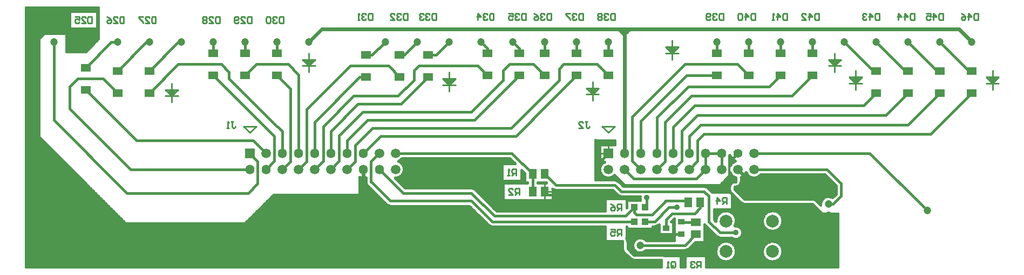
<source format=gbl>
%FSLAX42Y42*%
%MOMM*%
G71*
G01*
G75*
G04 Layer_Physical_Order=2*
%ADD10C,0.30*%
%ADD11R,0.50X2.80*%
%ADD12R,2.10X1.30*%
%ADD13R,1.80X1.60*%
%ADD14C,0.40*%
%ADD15C,0.60*%
%ADD16C,0.50*%
%ADD17C,0.25*%
%ADD18C,2.00*%
%ADD19R,1.50X1.50*%
%ADD20O,1.40X1.50*%
%ADD21C,1.50*%
%ADD22C,1.40*%
%ADD23C,1.20*%
%ADD24C,0.90*%
%ADD25R,1.60X1.25*%
%ADD26R,1.10X1.00*%
%ADD27R,1.30X1.50*%
%ADD28R,1.00X0.85*%
%ADD29R,1.50X1.30*%
%ADD30R,1.00X0.50*%
%ADD31R,1.50X0.25*%
D10*
X9410Y-459D02*
Y-404D01*
X9400Y-450D02*
X9504D01*
X9350Y-404D02*
X9454Y-500D01*
X9380Y-432D02*
Y-404D01*
X9367Y-420D02*
X9534D01*
X9350Y-404D02*
X9550D01*
X9440Y-487D02*
Y-404D01*
X9432Y-480D02*
X9474D01*
X9454Y-500D02*
X9550Y-404D01*
X9470Y-484D02*
Y-404D01*
X9500Y-454D02*
Y-404D01*
X9530Y-424D02*
Y-404D01*
X11100Y-2850D02*
Y-2482D01*
D14*
X9500Y-3735D02*
G03*
X9485Y-3689I-80J0D01*
G01*
X9500Y-3735D02*
G03*
X9485Y-3689I-80J0D01*
G01*
X9500Y-3735D02*
G03*
X9485Y-3689I-80J0D01*
G01*
X9500Y-3735D02*
G03*
X9485Y-3689I-80J0D01*
G01*
X9500Y-3735D02*
G03*
X9485Y-3689I-80J0D01*
G01*
X9500Y-3735D02*
G03*
X9485Y-3689I-80J0D01*
G01*
X9500Y-3735D02*
G03*
X9485Y-3689I-80J0D01*
G01*
X9500Y-3735D02*
G03*
X9485Y-3689I-80J0D01*
G01*
X9789Y-3720D02*
G03*
X9789Y-3880I-89J-80D01*
G01*
X10077Y-3965D02*
G03*
X10031Y-3950I-46J-65D01*
G01*
X10077Y-3965D02*
G03*
X10031Y-3950I-46J-65D01*
G01*
X10077Y-3965D02*
G03*
X10031Y-3950I-46J-65D01*
G01*
X10077Y-3965D02*
G03*
X10031Y-3950I-46J-65D01*
G01*
X10077Y-3965D02*
G03*
X10031Y-3950I-46J-65D01*
G01*
X10077Y-3965D02*
G03*
X10031Y-3950I-46J-65D01*
G01*
X10077Y-3965D02*
G03*
X10031Y-3950I-46J-65D01*
G01*
X10077Y-3965D02*
G03*
X10031Y-3950I-46J-65D01*
G01*
X10400Y-3880D02*
G03*
X10457Y-3857I0J80D01*
G01*
X10400Y-3880D02*
G03*
X10457Y-3856I0J80D01*
G01*
X9357Y-2793D02*
G03*
X9300Y-2770I-57J-57D01*
G01*
X9357Y-2794D02*
G03*
X9300Y-2770I-57J-56D01*
G01*
X9136Y-2485D02*
G03*
X9300Y-2695I64J-119D01*
G01*
X9925Y-3505D02*
G03*
X9982Y-3482I0J80D01*
G01*
X9925Y-3505D02*
G03*
X9982Y-3481I0J80D01*
G01*
X10710Y-3472D02*
G03*
X10719Y-3482I65J47D01*
G01*
X10710Y-3472D02*
G03*
X10718Y-3482I65J47D01*
G01*
X10757Y-2893D02*
G03*
X10700Y-2870I-57J-57D01*
G01*
X10757Y-2894D02*
G03*
X10700Y-2870I-57J-56D01*
G01*
X11205Y-3895D02*
G03*
X11205Y-3895I-160J0D01*
G01*
X10893Y-3656D02*
G03*
X10950Y-3680I57J56D01*
G01*
X10893Y-3657D02*
G03*
X10950Y-3680I57J57D01*
G01*
X11132D02*
G03*
X11305Y-3600I68J80D01*
G01*
G03*
X11183Y-3496I-105J0D01*
G01*
G03*
X11205Y-3415I-138J81D01*
G01*
G03*
X10885Y-3422I-160J0D01*
G01*
X11935Y-3895D02*
G03*
X11935Y-3895I-160J0D01*
G01*
Y-3415D02*
G03*
X11935Y-3415I-160J0D01*
G01*
X11100Y-2917D02*
G03*
X11116Y-2965I80J0D01*
G01*
X11100Y-2917D02*
G03*
X11116Y-2965I80J0D01*
G01*
X11100Y-2917D02*
G03*
X11116Y-2965I80J0D01*
G01*
X11100Y-2917D02*
G03*
X11116Y-2965I80J0D01*
G01*
G03*
X11123Y-2973I64J48D01*
G01*
X11116Y-2965D02*
G03*
X11123Y-2973I64J48D01*
G01*
X11100Y-2917D02*
G03*
X11116Y-2965I80J0D01*
G01*
G03*
X11123Y-2973I64J48D01*
G01*
X11116Y-2965D02*
G03*
X11123Y-2973I64J48D01*
G01*
X11116Y-2965D02*
G03*
X11123Y-2973I64J48D01*
G01*
X11100Y-2662D02*
G03*
X11105Y-2650I-122J58D01*
G01*
Y-2558D02*
G03*
X11100Y-2546I-127J-46D01*
G01*
Y-2400D02*
G03*
X11106Y-2380I-122J45D01*
G01*
X11180Y-2800D02*
G03*
X11100Y-2880I0J-80D01*
G01*
X11180Y-2800D02*
G03*
X11100Y-2880I0J-80D01*
G01*
X11180Y-2800D02*
G03*
X11100Y-2880I0J-80D01*
G01*
X11180Y-2800D02*
G03*
X11100Y-2880I0J-80D01*
G01*
X11180Y-2800D02*
G03*
X11100Y-2880I0J-80D01*
G01*
X11180Y-2800D02*
G03*
X11100Y-2880I0J-80D01*
G01*
X11194Y-2474D02*
G03*
X11105Y-2558I38J-130D01*
G01*
Y-2650D02*
G03*
X11200Y-2735I127J46D01*
G01*
X11106Y-2380D02*
G03*
X11194Y-2474I126J30D01*
G01*
X11277Y-3127D02*
G03*
X11333Y-3150I57J57D01*
G01*
X11277Y-3127D02*
G03*
X11333Y-3150I57J57D01*
G01*
X11277Y-3127D02*
G03*
X11333Y-3150I57J57D01*
G01*
X11277Y-3127D02*
G03*
X11333Y-3150I57J57D01*
G01*
X11277Y-3127D02*
G03*
X11333Y-3150I57J57D01*
G01*
X11277Y-3127D02*
G03*
X11333Y-3150I57J57D01*
G01*
X11277Y-3127D02*
G03*
X11333Y-3150I57J57D01*
G01*
X5300Y-2728D02*
G03*
X5395Y-2732I53J119D01*
G01*
Y-2800D02*
G03*
X5418Y-2857I80J0D01*
G01*
X5395Y-2800D02*
G03*
X5418Y-2857I80J0D01*
G01*
X5718Y-3156D02*
G03*
X5775Y-3180I57J56D01*
G01*
X5718Y-3157D02*
G03*
X5775Y-3180I57J57D01*
G01*
X5855Y-2739D02*
G03*
X5996Y-2604I6J135D01*
G01*
G03*
X5907Y-2477I-135J0D01*
G01*
G03*
X5970Y-2430I-46J127D01*
G01*
X7318Y-3481D02*
G03*
X7375Y-3505I57J56D01*
G01*
X7318Y-3482D02*
G03*
X7375Y-3505I57J57D01*
G01*
X9543Y-4007D02*
G03*
X9600Y-4030I57J57D01*
G01*
X9543Y-4007D02*
G03*
X9600Y-4030I57J57D01*
G01*
X9543Y-4007D02*
G03*
X9600Y-4030I57J57D01*
G01*
X9543Y-4007D02*
G03*
X9600Y-4030I57J57D01*
G01*
X9543Y-4007D02*
G03*
X9600Y-4030I57J57D01*
G01*
X9420Y-3850D02*
G03*
X9443Y-3907I80J0D01*
G01*
X9420Y-3850D02*
G03*
X9443Y-3907I80J0D01*
G01*
X9420Y-3850D02*
G03*
X9443Y-3907I80J0D01*
G01*
X9420Y-3850D02*
G03*
X9443Y-3907I80J0D01*
G01*
X9420Y-3850D02*
G03*
X9443Y-3907I80J0D01*
G01*
X9420Y-3850D02*
G03*
X9443Y-3907I80J0D01*
G01*
X9420Y-3850D02*
G03*
X9443Y-3907I80J0D01*
G01*
X9420Y-3850D02*
G03*
X9444Y-3907I80J0D01*
G01*
X9420Y-3850D02*
G03*
X9443Y-3907I80J0D01*
G01*
X9543Y-4007D02*
G03*
X9600Y-4030I57J57D01*
G01*
X9543Y-4007D02*
G03*
X9600Y-4030I57J57D01*
G01*
X9543Y-4006D02*
G03*
X9600Y-4030I57J56D01*
G01*
X9543Y-4007D02*
G03*
X9600Y-4030I57J57D01*
G01*
X12714Y-3048D02*
G03*
X12531Y-3168I-64J-102D01*
G01*
X7107Y-2918D02*
G03*
X7050Y-2895I-57J-57D01*
G01*
X7107Y-2919D02*
G03*
X7050Y-2895I-57J-56D01*
G01*
X8325Y-2912D02*
G03*
X8375Y-2930I50J62D01*
G01*
X8325Y-2912D02*
G03*
X8375Y-2930I50J62D01*
G01*
X9697Y-3030D02*
G03*
X9703Y-3090I103J-20D01*
G01*
X9343Y-3006D02*
G03*
X9400Y-3030I57J56D01*
G01*
X9343Y-3007D02*
G03*
X9400Y-3030I57J57D01*
G01*
X12457Y-3093D02*
G03*
X12400Y-3070I-57J-57D01*
G01*
X12457Y-3093D02*
G03*
X12400Y-3070I-57J-57D01*
G01*
X12457Y-3094D02*
G03*
X12400Y-3070I-57J-56D01*
G01*
X12457Y-3094D02*
G03*
X12400Y-3070I-57J-56D01*
G01*
X12457Y-3094D02*
G03*
X12400Y-3070I-57J-56D01*
G01*
X12457Y-3094D02*
G03*
X12400Y-3070I-57J-56D01*
G01*
X12457Y-3094D02*
G03*
X12400Y-3070I-57J-56D01*
G01*
X12457Y-3094D02*
G03*
X12400Y-3070I-57J-56D01*
G01*
X12457Y-3094D02*
G03*
X12400Y-3070I-57J-56D01*
G01*
X11200Y-2880D02*
G03*
X11280Y-2800I0J80D01*
G01*
X11200Y-2880D02*
G03*
X11280Y-2800I0J80D01*
G01*
X11280Y-2730D02*
G03*
X11359Y-2650I-48J126D01*
G01*
G03*
X11595Y-2684I127J46D01*
G01*
X3829Y-2604D02*
X3960Y-2473D01*
X3653Y-1778D02*
X3960Y-2085D01*
X3000Y-1125D02*
X3653Y-1778D01*
X3960Y-2473D02*
Y-2085D01*
X4083Y-2604D02*
X4210Y-2477D01*
X4000Y-1125D02*
X4210Y-1335D01*
Y-2477D02*
Y-1335D01*
X9470Y-3335D02*
X9605Y-3200D01*
X7050Y-2975D02*
X7410Y-3335D01*
X9605Y-3280D02*
Y-3200D01*
X5607Y-2604D02*
X5978Y-2975D01*
X7410Y-3335D02*
X9470D01*
X7375Y-3425D02*
X9605D01*
X5475Y-2800D02*
X5480Y-2805D01*
X5555Y-2880D02*
X5775Y-3100D01*
X5480Y-2805D02*
X5555Y-2880D01*
X9950Y-3250D02*
X10077Y-3123D01*
X9885Y-3315D02*
X9950Y-3250D01*
X9640Y-3315D02*
X9885D01*
X9605Y-3280D02*
X9640Y-3315D01*
X10150Y-3200D02*
X10275D01*
X9775Y-3425D02*
X9925D01*
X8250Y-3000D02*
X9200D01*
X800Y-400D02*
X1000Y-600D01*
X4200Y-3450D02*
X4500Y-3750D01*
X8200Y-2950D02*
X8250Y-3000D01*
X9100Y-2750D02*
X9350D01*
X9000Y-2650D02*
X9100Y-2750D01*
X9000Y-2650D02*
Y-2550D01*
X9400Y-2950D02*
X10700D01*
X10950Y-3600D02*
X11200D01*
X8200Y-2675D02*
X8375Y-2850D01*
X9300D01*
X9400Y-2950D01*
X9350Y-2750D02*
X9450Y-2850D01*
X9800Y-3175D02*
Y-3050D01*
X9775Y-3200D02*
X9800Y-3175D01*
X10775Y-3425D02*
Y-3025D01*
Y-3425D02*
X10950Y-3600D01*
X10850Y-3700D02*
X12275D01*
X9925Y-3425D02*
X10150Y-3200D01*
X10700Y-2950D02*
X10775Y-3025D01*
X10425Y-3100D02*
X10450Y-3125D01*
X10100Y-3100D02*
X10425D01*
X10077Y-3123D02*
X10100Y-3100D01*
X10640Y-3210D02*
Y-3075D01*
X10200Y-3300D02*
X10550D01*
X10105Y-3525D02*
Y-3395D01*
X10550Y-3300D02*
X10640Y-3210D01*
X10600Y-3950D02*
X10850Y-3700D01*
X9600Y-3950D02*
X10600D01*
X9500Y-3850D02*
X9600Y-3950D01*
X9500Y-3850D02*
Y-3700D01*
X9580Y-3620D01*
X10350Y-3435D02*
X10575D01*
X10105Y-3395D02*
X10200Y-3300D01*
X12400Y-3150D02*
X12575Y-3325D01*
X5978Y-2975D02*
X7050D01*
X7685Y-2350D02*
X8010Y-2675D01*
Y-2950D02*
Y-2675D01*
X5861Y-2350D02*
X7685D01*
X5775Y-3100D02*
X7050D01*
X5475Y-2800D02*
Y-2475D01*
X5600Y-2350D01*
X4337D02*
Y-1112D01*
X4175Y-950D02*
X4337Y-1112D01*
X3500Y-1125D02*
X3675Y-950D01*
X3935Y-1860D02*
X4083Y-2008D01*
X12629Y-2604D02*
X12850Y-2825D01*
Y-3025D02*
Y-2825D01*
X12650Y-3150D02*
X12725D01*
X11486Y-2604D02*
X12629D01*
X13300Y-2350D02*
X14200Y-3250D01*
X11486Y-2350D02*
X13300D01*
X10724D02*
X10978D01*
Y-2604D02*
Y-2350D01*
X10724Y-2604D02*
Y-2350D01*
X10578Y-2750D02*
X10724Y-2604D01*
X9454D02*
X9600Y-2750D01*
X10578D01*
X1625Y-3450D02*
X4200D01*
X7050Y-3100D02*
X7375Y-3425D01*
X3675Y-950D02*
X4175D01*
X12400Y-780D02*
Y-600D01*
X11900Y-780D02*
Y-600D01*
X11400Y-780D02*
Y-600D01*
X10900Y-780D02*
Y-600D01*
X9200Y-780D02*
Y-600D01*
X8700Y-780D02*
Y-600D01*
X8200Y-780D02*
Y-600D01*
X4000Y-780D02*
Y-600D01*
X3500Y-780D02*
Y-600D01*
X3000Y-780D02*
Y-600D01*
X250Y-2075D02*
X1625Y-3450D01*
X250Y-2075D02*
Y-550D01*
X400Y-400D01*
X800D01*
X12725Y-3150D02*
X12850Y-3025D01*
X1000Y-1005D02*
X1405Y-600D01*
X1500D01*
Y-1055D02*
X1955Y-600D01*
X2000D01*
Y-1055D02*
X2455Y-600D01*
X2500D01*
X1000Y-1350D02*
X1800Y-2150D01*
X3629D02*
X3829Y-2350D01*
X1800Y-2150D02*
X3629D01*
X750Y-1650D02*
X1704Y-2604D01*
X5400Y-805D02*
X5495D01*
X5700Y-600D01*
X5925Y-805D02*
X5995D01*
X6200Y-600D01*
X6375Y-805D02*
X6495D01*
X6700Y-600D01*
X7300Y-780D02*
Y-700D01*
X7200Y-600D02*
X7300Y-700D01*
X12900Y-600D02*
X13355Y-1055D01*
X13400D01*
Y-600D02*
X13855Y-1055D01*
X13900D01*
Y-600D02*
X14355Y-1055D01*
X14400D01*
Y-600D02*
X14855Y-1055D01*
X14900D01*
X9580Y-3620D02*
X10345D01*
X9000Y-2550D02*
X9200Y-2350D01*
X9450Y-2850D02*
X11100D01*
X12275Y-3700D02*
X12650Y-3325D01*
X12575D02*
X12650D01*
X11100Y-2482D02*
X11232Y-2350D01*
X11300Y-3150D02*
X12400D01*
X11100Y-2950D02*
X11300Y-3150D01*
X11100Y-2950D02*
Y-2845D01*
X9700Y-3800D02*
X10400D01*
X10575Y-3625D01*
X9500Y-3850D02*
X9600Y-3950D01*
X9500Y-3850D02*
X9600Y-3950D01*
X9500Y-3850D02*
X9600Y-3950D01*
X9500Y-3850D02*
X9600Y-3950D01*
X9500Y-3850D02*
X9600Y-3950D01*
X9500Y-3850D02*
X9600Y-3950D01*
X9500Y-3850D02*
X9600Y-3950D01*
X9500Y-3820D02*
X9582D01*
X9500Y-3850D02*
Y-3735D01*
Y-3850D02*
Y-3735D01*
Y-3850D02*
Y-3735D01*
X9550Y-3900D02*
X9634D01*
X9600Y-3950D02*
X10031D01*
X9500Y-3780D02*
X9582D01*
X9510Y-3860D02*
X9596D01*
X9600Y-3950D02*
X10031D01*
X9600D02*
X10031D01*
X9640D02*
Y-3904D01*
X9680Y-3950D02*
Y-3918D01*
X9600Y-3950D02*
X10031D01*
X9600D02*
X10031D01*
X9600D02*
X10031D01*
X9600D02*
X10031D01*
X9720D02*
Y-3918D01*
X9760Y-3950D02*
Y-3904D01*
X9800Y-3950D02*
Y-3880D01*
X9840Y-3950D02*
Y-3880D01*
X9880Y-3950D02*
Y-3880D01*
X9920Y-3950D02*
Y-3880D01*
X9960Y-3950D02*
Y-3880D01*
X10000Y-3950D02*
Y-3880D01*
X9500Y-3850D02*
Y-3735D01*
Y-3850D02*
Y-3735D01*
Y-3850D02*
Y-3735D01*
Y-3850D02*
Y-3735D01*
X9485Y-3689D02*
Y-3505D01*
X9492Y-3700D02*
X9634D01*
X9485Y-3620D02*
X9995D01*
X9500Y-3740D02*
X9596D01*
X9520Y-3870D02*
Y-3535D01*
X9560Y-3910D02*
Y-3535D01*
X9600Y-3734D02*
Y-3535D01*
X9800Y-3720D02*
Y-3535D01*
X9840Y-3720D02*
Y-3535D01*
X9880Y-3720D02*
Y-3535D01*
X9640Y-3696D02*
Y-3535D01*
X9680Y-3682D02*
Y-3535D01*
X9720Y-3682D02*
Y-3535D01*
X9760Y-3696D02*
Y-3535D01*
X9920Y-3720D02*
Y-3505D01*
X10000Y-3720D02*
Y-3628D01*
X9960Y-3720D02*
Y-3497D01*
X9995Y-3628D02*
Y-3468D01*
X10040Y-3950D02*
Y-3880D01*
X10080Y-3965D02*
Y-3880D01*
X10120Y-3965D02*
Y-3880D01*
X9590Y-3940D02*
X10891D01*
X10077Y-3965D02*
X10335D01*
X9766Y-3900D02*
X10885D01*
X9789Y-3880D02*
X10400D01*
X10335Y-4140D02*
X10398D01*
X10335D02*
Y-3965D01*
X10360Y-4140D02*
Y-3880D01*
X10398Y-4140D02*
Y-3965D01*
X10335Y-4100D02*
X10398D01*
X10335Y-4060D02*
X10398D01*
X10335Y-4020D02*
X10398D01*
X10735Y-4060D02*
X12800D01*
X10160Y-3965D02*
Y-3880D01*
X10200Y-3965D02*
Y-3880D01*
X10240Y-3965D02*
Y-3880D01*
X10280Y-3965D02*
Y-3880D01*
X10335Y-3980D02*
X10398D01*
Y-3965D02*
X10735D01*
X10320D02*
Y-3880D01*
X10400Y-3965D02*
Y-3880D01*
X9789Y-3720D02*
X10235D01*
X10040D02*
Y-3628D01*
X10080Y-3720D02*
Y-3628D01*
X10440Y-3965D02*
Y-3869D01*
X10453Y-3860D02*
X10889D01*
X10120Y-3720D02*
Y-3628D01*
X10160Y-3720D02*
Y-3628D01*
X9995D02*
X10215D01*
X10200Y-3720D02*
Y-3628D01*
X9485Y-3660D02*
X10235D01*
X9766Y-3700D02*
X10235D01*
X10215Y-3628D02*
Y-3423D01*
X10235Y-3720D02*
Y-3533D01*
X10480Y-3965D02*
Y-3833D01*
X10520Y-3965D02*
Y-3793D01*
X10457Y-3856D02*
X10563Y-3750D01*
X10560Y-3965D02*
Y-3753D01*
X10600Y-3965D02*
Y-3750D01*
X10640Y-3965D02*
Y-3750D01*
X10680Y-3965D02*
Y-3750D01*
X10720Y-3965D02*
Y-3483D01*
X10493Y-3820D02*
X10904D01*
X10563Y-3750D02*
X10710D01*
Y-3560D01*
X10719Y-3482D02*
X10893Y-3656D01*
X10533Y-3780D02*
X10934D01*
X10710Y-3740D02*
X11005D01*
X10710Y-3700D02*
X11168D01*
X10710Y-3660D02*
X10897D01*
X9000Y-2770D02*
X9300D01*
X9080D02*
Y-2666D01*
X9120Y-2770D02*
Y-2713D01*
X9339Y-2780D02*
X9380D01*
X9300Y-2700D02*
X9450Y-2850D01*
X9160Y-2770D02*
Y-2733D01*
X9200Y-2770D02*
Y-2739D01*
X9000Y-2700D02*
X9105D01*
X9000Y-2660D02*
X9077D01*
X9000Y-2740D02*
X9340D01*
X9240Y-2770D02*
Y-2733D01*
X9280Y-2770D02*
Y-2713D01*
X9320Y-2773D02*
Y-2720D01*
X9480Y-2870D02*
Y-2850D01*
X9490Y-3535D02*
Y-3505D01*
X9357Y-2794D02*
X9433Y-2870D01*
X9440D02*
Y-2840D01*
X9490Y-3535D02*
X9660D01*
X9720D01*
X9520Y-2870D02*
Y-2850D01*
X9660Y-3535D02*
X9720D01*
X9383Y-2820D02*
X9420D01*
X9560Y-2870D02*
Y-2850D01*
X9360Y-2797D02*
Y-2760D01*
X9400Y-2837D02*
Y-2800D01*
X9600Y-2870D02*
Y-2850D01*
X9640Y-2870D02*
Y-2850D01*
X9680Y-2870D02*
Y-2850D01*
X9720Y-2870D02*
Y-2850D01*
X9000Y-2460D02*
X9065D01*
X9000Y-2770D02*
Y-2150D01*
Y-2770D02*
Y-2140D01*
Y-2620D02*
X9066D01*
X9000Y-2580D02*
X9067D01*
X9000Y-2540D02*
X9081D01*
X9000Y-2500D02*
X9114D01*
X9000Y-2420D02*
X9065D01*
X9000Y-2380D02*
X9065D01*
X9000Y-2340D02*
X9065D01*
X9000Y-2300D02*
X9065D01*
X9000Y-2260D02*
X9065D01*
X9000Y-2220D02*
X9065D01*
X9000Y-2180D02*
X9300D01*
X9000Y-2150D02*
X9300D01*
X9080Y-2542D02*
Y-2485D01*
X9120Y-2495D02*
Y-2485D01*
X9040Y-2770D02*
Y-2150D01*
X9065Y-2485D02*
Y-2215D01*
Y-2485D02*
X9136D01*
X9080Y-2215D02*
Y-2150D01*
X9120Y-2215D02*
Y-2150D01*
X9160Y-2215D02*
Y-2150D01*
X9200Y-2215D02*
Y-2150D01*
X9065Y-2215D02*
X9300D01*
X9240D02*
Y-2150D01*
X9280Y-2215D02*
Y-2150D01*
X9300Y-2215D02*
Y-2150D01*
X9720Y-3535D02*
X9890D01*
Y-3505D01*
X9925D01*
X9485Y-3580D02*
X9995D01*
X10215Y-3620D02*
X10235D01*
X9485Y-3540D02*
X9995D01*
X10215Y-3580D02*
X10235D01*
X9953Y-3500D02*
X9995D01*
X9982Y-3481D02*
X9995Y-3468D01*
X10185Y-3428D02*
X10191Y-3423D01*
X10215D01*
X10193Y-3420D02*
X10235D01*
X10200Y-3423D02*
Y-3413D01*
X10215Y-3540D02*
X10235D01*
Y-3533D02*
Y-3517D01*
X10710Y-3560D02*
Y-3500D01*
Y-3620D02*
X10857D01*
X10710Y-3580D02*
X10817D01*
X10710Y-3540D02*
X10777D01*
X10710Y-3560D02*
Y-3500D01*
X10215Y-3500D02*
X10235D01*
Y-3533D02*
Y-3517D01*
X10215Y-3460D02*
X10235D01*
Y-3517D02*
Y-3380D01*
X10710Y-3500D02*
X10737D01*
X10710Y-3500D02*
Y-3472D01*
X9760Y-2870D02*
Y-2850D01*
X9800Y-2870D02*
Y-2850D01*
X9840Y-2870D02*
Y-2850D01*
X9433Y-2870D02*
X10700D01*
X10191Y-3423D02*
X10233Y-3380D01*
X9880Y-2870D02*
Y-2850D01*
X9920Y-2870D02*
Y-2850D01*
X9960Y-2870D02*
Y-2850D01*
X10000Y-2870D02*
Y-2850D01*
X10040Y-2870D02*
Y-2850D01*
X10080Y-2870D02*
Y-2850D01*
X9423Y-2860D02*
X11103D01*
X10120Y-2870D02*
Y-2850D01*
X9450D02*
X10950D01*
X10160Y-2870D02*
Y-2850D01*
X10200Y-2870D02*
Y-2850D01*
X10240Y-2870D02*
Y-2850D01*
X10280Y-2870D02*
Y-2850D01*
X10320Y-2870D02*
Y-2850D01*
X10360Y-2870D02*
Y-2850D01*
X10400Y-2870D02*
Y-2850D01*
X10440Y-2870D02*
Y-2850D01*
X10480Y-2870D02*
Y-2850D01*
X10520Y-2870D02*
Y-2850D01*
X10560Y-2870D02*
Y-2850D01*
X10600Y-2870D02*
Y-2850D01*
X10640Y-2870D02*
Y-2850D01*
X10680Y-2870D02*
Y-2850D01*
X10720Y-2873D02*
Y-2850D01*
X10960Y-4140D02*
Y-4031D01*
X10735Y-4140D02*
Y-3965D01*
X10920Y-4140D02*
Y-3995D01*
X11040Y-4140D02*
Y-4055D01*
X11080Y-4140D02*
Y-4051D01*
X11000Y-4140D02*
Y-4049D01*
X10735Y-4020D02*
X10945D01*
X10735Y-3980D02*
X10909D01*
X10920Y-3795D02*
Y-3674D01*
X10960Y-3759D02*
Y-3680D01*
X11000Y-3741D02*
Y-3680D01*
X10950D02*
X11132D01*
X11040Y-3735D02*
Y-3680D01*
X11120Y-4140D02*
Y-4036D01*
X11160Y-4140D02*
Y-4006D01*
X11200Y-4140D02*
Y-3935D01*
X11240Y-4140D02*
Y-3697D01*
X11181Y-3980D02*
X11639D01*
X11640Y-4140D02*
Y-3981D01*
X11199Y-3940D02*
X11621D01*
X11280Y-4140D02*
Y-3668D01*
X11160Y-3784D02*
Y-3697D01*
X11200Y-3855D02*
Y-3705D01*
X11080Y-3739D02*
Y-3680D01*
X11120Y-3754D02*
Y-3680D01*
X11201Y-3860D02*
X11619D01*
X11205Y-3900D02*
X11615D01*
X11156Y-3780D02*
X11664D01*
X11186Y-3820D02*
X11634D01*
X10840Y-4140D02*
Y-3603D01*
X10760Y-4140D02*
Y-3523D01*
X10800Y-4140D02*
Y-3563D01*
X10880Y-4140D02*
Y-3643D01*
X10855Y-3392D02*
X10885Y-3422D01*
X10855Y-3380D02*
X10889D01*
X10855Y-3392D02*
Y-3235D01*
X10880Y-3417D02*
Y-3235D01*
X11199Y-3460D02*
X11621D01*
X10855Y-3340D02*
X10904D01*
X11320Y-4140D02*
Y-3149D01*
X11360Y-4140D02*
Y-3150D01*
X11400Y-4140D02*
Y-3150D01*
X11440Y-4140D02*
Y-3150D01*
X11480Y-4140D02*
Y-3150D01*
X11520Y-4140D02*
Y-3150D01*
X11560Y-4140D02*
Y-3150D01*
X11600Y-4140D02*
Y-3150D01*
X11200Y-3495D02*
Y-3455D01*
X11280Y-3532D02*
Y-3130D01*
X11200Y-3375D02*
Y-3050D01*
X11240Y-3503D02*
Y-3090D01*
X11232Y-3500D02*
X11639D01*
X11640Y-3809D02*
Y-3501D01*
X11201Y-3380D02*
X11619D01*
X11205Y-3420D02*
X11615D01*
X11720Y-4140D02*
Y-4045D01*
X11145Y-4020D02*
X11675D01*
X11680Y-4140D02*
Y-4024D01*
X10735Y-4140D02*
X12800D01*
X10735Y-4100D02*
X12800D01*
X11760Y-4140D02*
Y-4054D01*
X11085Y-3740D02*
X11735D01*
X11720Y-3745D02*
Y-3565D01*
X11286Y-3540D02*
X11675D01*
X11680Y-3766D02*
Y-3544D01*
X11232Y-3700D02*
X12800D01*
X11286Y-3660D02*
X12800D01*
X11303Y-3620D02*
X12800D01*
X11303Y-3580D02*
X12800D01*
X11800Y-4140D02*
Y-4053D01*
X11840Y-4140D02*
Y-4041D01*
X11880Y-4140D02*
Y-4016D01*
X11920Y-4140D02*
Y-3963D01*
X11875Y-4020D02*
X12800D01*
X11911Y-3980D02*
X12800D01*
X11929Y-3940D02*
X12800D01*
X11935Y-3900D02*
X12800D01*
X11760Y-3736D02*
Y-3574D01*
X11800Y-3737D02*
Y-3573D01*
X11840Y-3749D02*
Y-3561D01*
X11880Y-3774D02*
Y-3536D01*
X11916Y-3820D02*
X12800D01*
X11931Y-3860D02*
X12800D01*
X11815Y-3740D02*
X12800D01*
X11886Y-3780D02*
X12800D01*
X11960Y-4140D02*
Y-3150D01*
X12000Y-4140D02*
Y-3150D01*
X12040Y-4140D02*
Y-3150D01*
X12080Y-4140D02*
Y-3150D01*
X12120Y-4140D02*
Y-3150D01*
X12160Y-4140D02*
Y-3150D01*
X12200Y-4140D02*
Y-3150D01*
X11875Y-3540D02*
X12800D01*
X11920Y-3827D02*
Y-3483D01*
Y-3347D02*
Y-3150D01*
X11911Y-3500D02*
X12800D01*
X11929Y-3460D02*
X12800D01*
X11935Y-3420D02*
X12800D01*
X11931Y-3380D02*
X12800D01*
X12240Y-4140D02*
Y-3150D01*
X12280Y-4140D02*
Y-3150D01*
X12320Y-4140D02*
Y-3150D01*
X12360Y-4140D02*
Y-3150D01*
X12480Y-4140D02*
Y-3230D01*
X12520Y-4140D02*
Y-3270D01*
X12400Y-4140D02*
Y-3150D01*
X12440Y-4140D02*
Y-3190D01*
X12560Y-4140D02*
Y-3300D01*
X12600Y-4140D02*
Y-3300D01*
X12640Y-4140D02*
Y-3300D01*
X12680Y-4140D02*
Y-3300D01*
X12720Y-4140D02*
Y-3300D01*
X12760Y-4140D02*
Y-3300D01*
X12800Y-4140D02*
Y-3300D01*
X12800Y-4140D02*
Y-3300D01*
X10855Y-3300D02*
X10934D01*
X10920Y-3315D02*
Y-3235D01*
X10960Y-3279D02*
Y-3235D01*
X10855Y-3260D02*
X11005D01*
X11000Y-3261D02*
Y-3235D01*
X11040Y-3255D02*
Y-3235D01*
X11080Y-3259D02*
Y-3235D01*
X10803Y-2940D02*
X11103D01*
X10828Y-2965D02*
X11116D01*
X10757Y-2894D02*
X10828Y-2965D01*
X10855Y-3235D02*
X11135D01*
X11120Y-3274D02*
Y-3235D01*
X11135D02*
Y-2985D01*
X11124Y-2974D02*
X11135Y-2985D01*
X11124Y-2974D02*
X11135Y-2985D01*
X11124Y-2974D02*
X11135Y-2985D01*
X11160Y-3304D02*
Y-3010D01*
X11124Y-2974D02*
X11135Y-2985D01*
X11124Y-2974D02*
X11135Y-2985D01*
X11124Y-2974D02*
X11135Y-2985D01*
X11124Y-2974D02*
X11135Y-2985D01*
X10840Y-2965D02*
Y-2850D01*
X10880Y-2965D02*
Y-2850D01*
X10920Y-2965D02*
Y-2850D01*
X10960Y-2965D02*
Y-2840D01*
X11000Y-2965D02*
Y-2800D01*
X11040Y-2965D02*
Y-2760D01*
X11080Y-2965D02*
Y-2720D01*
X11100Y-2917D02*
Y-2880D01*
Y-2917D02*
Y-2880D01*
X10760Y-2897D02*
Y-2850D01*
X10800Y-2937D02*
Y-2850D01*
X10763Y-2900D02*
X11100D01*
Y-2917D02*
Y-2880D01*
X10950Y-2850D02*
X11100Y-2700D01*
X10980Y-2820D02*
X11127D01*
X11100Y-2917D02*
Y-2880D01*
Y-2917D02*
Y-2880D01*
Y-2700D02*
Y-2662D01*
X11100Y-2700D02*
X11137D01*
X11160Y-2803D02*
Y-2718D01*
X11101Y-2660D02*
X11109D01*
X11120Y-2827D02*
Y-2679D01*
X11100Y-2540D02*
X11113D01*
X11100Y-2546D02*
Y-2400D01*
Y-2500D02*
X11146D01*
X11160Y-2490D02*
Y-2458D01*
X11100Y-2420D02*
X11122D01*
X11120Y-2529D02*
Y-2416D01*
X11186Y-3340D02*
X11634D01*
X11333Y-3150D02*
X11350D01*
X11333D02*
X11350D01*
X11085Y-3260D02*
X11735D01*
X11156Y-3300D02*
X11664D01*
X11135Y-3220D02*
X12470D01*
X11135Y-3180D02*
X12430D01*
X11333Y-3150D02*
X11350D01*
X11333D02*
X11350D01*
X11135Y-3140D02*
X11294D01*
X11333Y-3150D02*
X11350D01*
X11333D02*
X11350D01*
X11333D02*
X11350D01*
X12400D01*
X11350D02*
X12400D01*
X11640Y-3329D02*
Y-3150D01*
X11680Y-3286D02*
Y-3150D01*
X11720Y-3265D02*
Y-3150D01*
X11880Y-3294D02*
Y-3150D01*
X11886Y-3300D02*
X12800D01*
X11916Y-3340D02*
X12800D01*
X12400Y-3150D02*
X12550Y-3300D01*
X12800D01*
X11760Y-3256D02*
Y-3150D01*
X11800Y-3257D02*
Y-3150D01*
X11350D02*
X12400D01*
X11840Y-3269D02*
Y-3150D01*
X11350D02*
X12400D01*
X11815Y-3260D02*
X12510D01*
X11350Y-3150D02*
X12400D01*
X11350D02*
X12400D01*
X11135Y-3020D02*
X11170D01*
X11135Y-3100D02*
X11250D01*
X11135Y-3060D02*
X11210D01*
X11136Y-2986D02*
X11276Y-3126D01*
X11100Y-2460D02*
X11163D01*
X11020Y-2780D02*
X11200D01*
X11060Y-2740D02*
X11200D01*
X11136Y-2986D02*
X11276Y-3126D01*
X11136Y-2986D02*
X11276Y-3126D01*
X11180Y-2800D02*
X11200D01*
Y-2735D01*
X11200Y-2800D02*
Y-2735D01*
X11136Y-2986D02*
X11276Y-3126D01*
X11136Y-2986D02*
X11276Y-3126D01*
X11136Y-2986D02*
X11276Y-3126D01*
X11136Y-2986D02*
X11276Y-3126D01*
X1640Y-4140D02*
Y-3450D01*
X1680Y-4140D02*
Y-3450D01*
X1720Y-4140D02*
Y-3450D01*
X1600Y-4140D02*
Y-3425D01*
X1760Y-4140D02*
Y-3450D01*
X1800Y-4140D02*
Y-3450D01*
X1840Y-4140D02*
Y-3450D01*
X1880Y-4140D02*
Y-3450D01*
X1920Y-4140D02*
Y-3450D01*
X1960Y-4140D02*
Y-3450D01*
X2000Y-4140D02*
Y-3450D01*
X2040Y-4140D02*
Y-3450D01*
X2080Y-4140D02*
Y-3450D01*
X2120Y-4140D02*
Y-3450D01*
X2160Y-4140D02*
Y-3450D01*
X2200Y-4140D02*
Y-3450D01*
X2240Y-4140D02*
Y-3450D01*
X2280Y-4140D02*
Y-3450D01*
X2320Y-4140D02*
Y-3450D01*
X2360Y-4140D02*
Y-3450D01*
X2400Y-4140D02*
Y-3450D01*
X2440Y-4140D02*
Y-3450D01*
X1625D02*
X3500D01*
X2480Y-4140D02*
Y-3450D01*
X2520Y-4140D02*
Y-3450D01*
X2560Y-4140D02*
Y-3450D01*
X2600Y-4140D02*
Y-3450D01*
X2640Y-4140D02*
Y-3450D01*
X2680Y-4140D02*
Y-3450D01*
X2720Y-4140D02*
Y-3450D01*
X2760Y-4140D02*
Y-3450D01*
X2800Y-4140D02*
Y-3450D01*
X2840Y-4140D02*
Y-3450D01*
X2880Y-4140D02*
Y-3450D01*
X2920Y-4140D02*
Y-3450D01*
X2960Y-4140D02*
Y-3450D01*
X3000Y-4140D02*
Y-3450D01*
X3040Y-4140D02*
Y-3450D01*
X3080Y-4140D02*
Y-3450D01*
X3120Y-4140D02*
Y-3450D01*
X3160Y-4140D02*
Y-3450D01*
X3200Y-4140D02*
Y-3450D01*
X3240Y-4140D02*
Y-3450D01*
X3280Y-4140D02*
Y-3450D01*
X3320Y-4140D02*
Y-3450D01*
X3360Y-4140D02*
Y-3450D01*
X3400Y-4140D02*
Y-3450D01*
X3440Y-4140D02*
Y-3450D01*
X3480Y-4140D02*
Y-3450D01*
X3520Y-4140D02*
Y-3430D01*
X60Y-4140D02*
Y-60D01*
X80Y-4140D02*
Y-60D01*
X120Y-4140D02*
Y-60D01*
X160Y-4140D02*
Y-60D01*
X200Y-4140D02*
Y-60D01*
X240Y-4140D02*
Y-60D01*
X400Y-4140D02*
Y-2225D01*
X440Y-4140D02*
Y-2265D01*
X480Y-4140D02*
Y-2305D01*
X280Y-4140D02*
Y-2105D01*
X320Y-4140D02*
Y-2145D01*
X360Y-4140D02*
Y-2185D01*
X60Y-3180D02*
X1355D01*
X640Y-4140D02*
Y-2465D01*
X680Y-4140D02*
Y-2505D01*
X520Y-4140D02*
Y-2345D01*
X560Y-4140D02*
Y-2385D01*
X600Y-4140D02*
Y-2425D01*
X60Y-3420D02*
X1595D01*
X60Y-3380D02*
X1555D01*
X60Y-3340D02*
X1515D01*
X60Y-3300D02*
X1475D01*
X60Y-3260D02*
X1435D01*
X263Y-2088D02*
X1625Y-3450D01*
X60Y-3220D02*
X1395D01*
X840Y-4140D02*
Y-2665D01*
X880Y-4140D02*
Y-2705D01*
X920Y-4140D02*
Y-2745D01*
X720Y-4140D02*
Y-2545D01*
X760Y-4140D02*
Y-2585D01*
X800Y-4140D02*
Y-2625D01*
X1080Y-4140D02*
Y-2905D01*
X1120Y-4140D02*
Y-2945D01*
X1160Y-4140D02*
Y-2985D01*
X960Y-4140D02*
Y-2785D01*
X1000Y-4140D02*
Y-2825D01*
X1040Y-4140D02*
Y-2865D01*
X1320Y-4140D02*
Y-3145D01*
X1360Y-4140D02*
Y-3185D01*
X1400Y-4140D02*
Y-3225D01*
X1200Y-4140D02*
Y-3025D01*
X1240Y-4140D02*
Y-3065D01*
X1280Y-4140D02*
Y-3105D01*
X1520Y-4140D02*
Y-3345D01*
X1560Y-4140D02*
Y-3385D01*
X3560Y-4140D02*
Y-3390D01*
X1440Y-4140D02*
Y-3265D01*
X1480Y-4140D02*
Y-3305D01*
X3600Y-4140D02*
Y-3350D01*
X3640Y-4140D02*
Y-3310D01*
X60Y-3900D02*
X9438D01*
X60Y-3860D02*
X9421D01*
X60Y-3820D02*
X9420D01*
X60Y-3780D02*
X9420D01*
X3680Y-4140D02*
Y-3270D01*
X3720Y-4140D02*
Y-3230D01*
X60Y-4140D02*
X10031D01*
X60Y-4100D02*
X10031D01*
X60Y-4060D02*
X10031D01*
X60Y-4020D02*
X9561D01*
X60Y-3980D02*
X9517D01*
X60Y-3940D02*
X9477D01*
X60Y-3460D02*
X7297D01*
X3530Y-3420D02*
X7257D01*
X3570Y-3380D02*
X7217D01*
X3610Y-3340D02*
X7177D01*
X3650Y-3300D02*
X7137D01*
X3690Y-3260D02*
X7097D01*
X60Y-3740D02*
X9420D01*
X60Y-3700D02*
X9148D01*
X60Y-3660D02*
X9148D01*
X60Y-3620D02*
X9148D01*
X60Y-3580D02*
X9148D01*
X60Y-3540D02*
X9148D01*
X60Y-3500D02*
X7347D01*
X3760Y-4140D02*
Y-3190D01*
X5760Y-4140D02*
Y-3179D01*
X5800Y-4140D02*
Y-3180D01*
X5840Y-4140D02*
Y-3180D01*
X5880Y-4140D02*
Y-3180D01*
X5920Y-4140D02*
Y-3180D01*
X5960Y-4140D02*
Y-3180D01*
X6000Y-4140D02*
Y-3180D01*
X6040Y-4140D02*
Y-3180D01*
X6080Y-4140D02*
Y-3180D01*
X6120Y-4140D02*
Y-3180D01*
X6160Y-4140D02*
Y-3180D01*
X6200Y-4140D02*
Y-3180D01*
X6240Y-4140D02*
Y-3180D01*
X6280Y-4140D02*
Y-3180D01*
X6320Y-4140D02*
Y-3180D01*
X6360Y-4140D02*
Y-3180D01*
X6400Y-4140D02*
Y-3180D01*
X3730Y-3220D02*
X7057D01*
X6440Y-4140D02*
Y-3180D01*
X6480Y-4140D02*
Y-3180D01*
X6520Y-4140D02*
Y-3180D01*
X3770Y-3180D02*
X7017D01*
X6560Y-4140D02*
Y-3180D01*
X6600Y-4140D02*
Y-3180D01*
X3800Y-4140D02*
Y-3150D01*
X3840Y-4140D02*
Y-3110D01*
X3880Y-4140D02*
Y-3070D01*
X3920Y-4140D02*
Y-3030D01*
X3960Y-4140D02*
Y-3000D01*
X4000Y-4140D02*
Y-3000D01*
X4040Y-4140D02*
Y-3000D01*
X4080Y-4140D02*
Y-3000D01*
X4120Y-4140D02*
Y-3000D01*
X4160Y-4140D02*
Y-3000D01*
X4200Y-4140D02*
Y-3000D01*
X4240Y-4140D02*
Y-3000D01*
X3500Y-3450D02*
X3950Y-3000D01*
X4280Y-4140D02*
Y-3000D01*
X4320Y-4140D02*
Y-3000D01*
X4360Y-4140D02*
Y-3000D01*
X4400Y-4140D02*
Y-3000D01*
X4440Y-4140D02*
Y-3000D01*
X4480Y-4140D02*
Y-3000D01*
X4520Y-4140D02*
Y-3000D01*
X4560Y-4140D02*
Y-3000D01*
X4600Y-4140D02*
Y-3000D01*
X4640Y-4140D02*
Y-3000D01*
X4680Y-4140D02*
Y-3000D01*
X4720Y-4140D02*
Y-3000D01*
X4760Y-4140D02*
Y-3000D01*
X4800Y-4140D02*
Y-3000D01*
X4840Y-4140D02*
Y-3000D01*
X4880Y-4140D02*
Y-3000D01*
X4920Y-4140D02*
Y-3000D01*
X4960Y-4140D02*
Y-3000D01*
X5000Y-4140D02*
Y-3000D01*
X5040Y-4140D02*
Y-3000D01*
X5080Y-4140D02*
Y-3000D01*
X5120Y-4140D02*
Y-3000D01*
X5160Y-4140D02*
Y-3000D01*
X5200Y-4140D02*
Y-3000D01*
X5240Y-4140D02*
Y-3000D01*
X5280Y-4140D02*
Y-3000D01*
X5440Y-4140D02*
Y-2878D01*
X5320Y-4140D02*
Y-2735D01*
X5360Y-4140D02*
Y-2739D01*
X5400Y-4140D02*
Y-2828D01*
X5640Y-4140D02*
Y-3078D01*
X5680Y-4140D02*
Y-3118D01*
X5720Y-4140D02*
Y-3158D01*
X5480Y-4140D02*
Y-2918D01*
X5520Y-4140D02*
Y-2958D01*
X5560Y-4140D02*
Y-2998D01*
X5600Y-4140D02*
Y-3038D01*
X60Y-2580D02*
X755D01*
X60Y-2540D02*
X715D01*
X60Y-2500D02*
X675D01*
X60Y-2460D02*
X635D01*
X60Y-2420D02*
X595D01*
X60Y-2380D02*
X555D01*
X60Y-2820D02*
X995D01*
X60Y-2780D02*
X955D01*
X60Y-2740D02*
X915D01*
X60Y-2700D02*
X875D01*
X60Y-2660D02*
X835D01*
X60Y-2620D02*
X795D01*
X60Y-2060D02*
X263D01*
X60Y-2020D02*
X263D01*
X60Y-1980D02*
X263D01*
X60Y-1940D02*
X263D01*
X60Y-1900D02*
X263D01*
X60Y-1860D02*
X263D01*
X60Y-2340D02*
X515D01*
X60Y-2300D02*
X475D01*
X60Y-2260D02*
X435D01*
X60Y-2220D02*
X395D01*
X60Y-2180D02*
X355D01*
X60Y-2140D02*
X315D01*
X60Y-2100D02*
X275D01*
X60Y-1820D02*
X263D01*
X60Y-1780D02*
X263D01*
X60Y-1740D02*
X263D01*
X60Y-1700D02*
X263D01*
X60Y-1660D02*
X263D01*
X60Y-1620D02*
X263D01*
X60Y-1580D02*
X263D01*
X60Y-1540D02*
X263D01*
X60Y-1500D02*
X263D01*
X60Y-1460D02*
X263D01*
X60Y-1420D02*
X263D01*
X60Y-1380D02*
X263D01*
X60Y-1340D02*
X263D01*
X60Y-1300D02*
X263D01*
X60Y-1260D02*
X263D01*
X60Y-1220D02*
X263D01*
X60Y-1180D02*
X263D01*
X60Y-1140D02*
X263D01*
X60Y-1100D02*
X263D01*
X60Y-1060D02*
X263D01*
X60Y-1020D02*
X263D01*
X60Y-980D02*
X263D01*
X60Y-940D02*
X263D01*
X60Y-900D02*
X263D01*
X60Y-860D02*
X263D01*
X60Y-820D02*
X263D01*
X60Y-780D02*
X263D01*
X60Y-740D02*
X263D01*
X60Y-700D02*
X263D01*
Y-2088D02*
Y-550D01*
X60Y-660D02*
X263D01*
X60Y-620D02*
X263D01*
X60Y-580D02*
X263D01*
X60Y-540D02*
X273D01*
X60Y-500D02*
X313D01*
X263Y-550D02*
X350Y-463D01*
X280Y-533D02*
Y-60D01*
X320Y-493D02*
Y-60D01*
X350Y-463D02*
X700D01*
X360D02*
Y-60D01*
X400Y-463D02*
Y-60D01*
X440Y-463D02*
Y-60D01*
X480Y-463D02*
Y-60D01*
X60Y-380D02*
X748D01*
X60Y-340D02*
X748D01*
X60Y-300D02*
X748D01*
X60Y-260D02*
X748D01*
X60Y-220D02*
X748D01*
X60Y-180D02*
X748D01*
X60Y-140D02*
X748D01*
X700Y-750D02*
X750D01*
X700D02*
Y-463D01*
X760Y-750D02*
Y-385D01*
X720Y-750D02*
Y-60D01*
X800Y-750D02*
Y-385D01*
X840Y-750D02*
Y-385D01*
X700Y-740D02*
X1010D01*
X750Y-750D02*
X1000D01*
X880D02*
Y-385D01*
X920Y-750D02*
Y-385D01*
X960Y-750D02*
Y-385D01*
X1000Y-750D02*
Y-385D01*
X520Y-463D02*
Y-60D01*
X560Y-463D02*
Y-60D01*
X748Y-385D02*
Y-115D01*
X600Y-463D02*
Y-60D01*
X640Y-463D02*
Y-60D01*
X680Y-463D02*
Y-60D01*
X760Y-115D02*
Y-60D01*
X800Y-115D02*
Y-60D01*
X840Y-115D02*
Y-60D01*
X880Y-115D02*
Y-60D01*
X920Y-115D02*
Y-60D01*
X960Y-115D02*
Y-60D01*
X1000Y-115D02*
Y-60D01*
X60Y-3140D02*
X1315D01*
X60Y-3100D02*
X1275D01*
X60Y-3060D02*
X1235D01*
X60Y-3020D02*
X1195D01*
X3950Y-3000D02*
X5300D01*
X60Y-2980D02*
X1155D01*
X3810Y-3140D02*
X5702D01*
X3850Y-3100D02*
X5662D01*
X3890Y-3060D02*
X5622D01*
X3930Y-3020D02*
X5582D01*
X5300Y-3000D02*
Y-2728D01*
Y-2980D02*
X5542D01*
X60Y-2940D02*
X1115D01*
X60Y-2900D02*
X1075D01*
X60Y-2860D02*
X1035D01*
X5300Y-2780D02*
X5395D01*
Y-2800D02*
Y-2732D01*
X5300Y-2940D02*
X5502D01*
X5300Y-2900D02*
X5462D01*
X5300Y-2820D02*
X5398D01*
X5300Y-2740D02*
X5395D01*
X5499Y-2937D02*
X5718Y-3156D01*
X5423Y-2862D02*
X5498Y-2937D01*
X5960Y-2844D02*
Y-2696D01*
X5920Y-2804D02*
Y-2725D01*
X5775Y-3180D02*
X7017D01*
X6011Y-2895D02*
X7050D01*
X5976Y-2860D02*
X7548D01*
X5855Y-2739D02*
X6011Y-2895D01*
X5936Y-2820D02*
X7548D01*
X5896Y-2780D02*
X7531D01*
X5856Y-2740D02*
X7531D01*
X5880Y-2764D02*
Y-2738D01*
X5960Y-2512D02*
Y-2442D01*
X5920Y-2483D02*
Y-2471D01*
X5956Y-2700D02*
X7531D01*
X5984Y-2660D02*
X7531D01*
X5995Y-2620D02*
X7531D01*
X5947Y-2500D02*
X7722D01*
X5939Y-2460D02*
X7682D01*
X5994Y-2580D02*
X7531D01*
X5980Y-2540D02*
X7531D01*
X700Y-700D02*
X1050D01*
X700Y-660D02*
X1090D01*
X700Y-620D02*
X1130D01*
X1040Y-710D02*
Y-385D01*
X1080Y-670D02*
Y-385D01*
X1120Y-630D02*
Y-385D01*
X700Y-580D02*
X1170D01*
X1000Y-750D02*
X1200Y-550D01*
X700Y-540D02*
X1200D01*
X60Y-460D02*
X1200D01*
X1160Y-590D02*
Y-385D01*
X700Y-500D02*
X1200D01*
X748Y-385D02*
X1185D01*
X748Y-115D02*
X1185D01*
X1040D02*
Y-60D01*
X1080Y-115D02*
Y-60D01*
X1120Y-115D02*
Y-60D01*
X1160Y-115D02*
Y-60D01*
X60Y-420D02*
X1200D01*
X1185Y-380D02*
X1200D01*
X1185Y-340D02*
X1200D01*
X60Y-100D02*
X1200D01*
X60Y-60D02*
X1200D01*
X1185Y-300D02*
X1200D01*
X60Y-60D02*
X1200D01*
X6040Y-2895D02*
Y-2430D01*
X6080Y-2895D02*
Y-2430D01*
X6120Y-2895D02*
Y-2430D01*
X6160Y-2895D02*
Y-2430D01*
X6200Y-2895D02*
Y-2430D01*
X6240Y-2895D02*
Y-2430D01*
X6280Y-2895D02*
Y-2430D01*
X6320Y-2895D02*
Y-2430D01*
X6360Y-2895D02*
Y-2430D01*
X6400Y-2895D02*
Y-2430D01*
X6440Y-2895D02*
Y-2430D01*
X6480Y-2895D02*
Y-2430D01*
X1185Y-260D02*
X1200D01*
X1185Y-220D02*
X1200D01*
X1185Y-180D02*
X1200D01*
X1185Y-385D02*
Y-115D01*
X1200Y-550D02*
Y-60D01*
X1200Y-550D02*
Y-60D01*
X6520Y-2895D02*
Y-2430D01*
X6000Y-2884D02*
Y-2430D01*
X5970D02*
X7652D01*
X1185Y-140D02*
X1200D01*
X6560Y-2895D02*
Y-2430D01*
X6600Y-2895D02*
Y-2430D01*
X7080Y-4140D02*
Y-3243D01*
X7120Y-4140D02*
Y-3283D01*
X7160Y-4140D02*
Y-3323D01*
X6640Y-4140D02*
Y-3180D01*
X6680Y-4140D02*
Y-3180D01*
X7040Y-4140D02*
Y-3203D01*
X7320Y-4140D02*
Y-3483D01*
X7360Y-4140D02*
Y-3504D01*
X7400Y-4140D02*
Y-3505D01*
X7200Y-4140D02*
Y-3363D01*
X7240Y-4140D02*
Y-3403D01*
X7280Y-4140D02*
Y-3443D01*
X7440Y-4140D02*
Y-3505D01*
X7480Y-4140D02*
Y-3505D01*
X7520Y-4140D02*
Y-3505D01*
X7560Y-4140D02*
Y-3505D01*
X7600Y-4140D02*
Y-3505D01*
X7640Y-4140D02*
Y-3505D01*
X7680Y-4140D02*
Y-3505D01*
X7720Y-4140D02*
Y-3505D01*
X7760Y-4140D02*
Y-3505D01*
X7800Y-4140D02*
Y-3505D01*
X7840Y-4140D02*
Y-3505D01*
X7880Y-4140D02*
Y-3505D01*
X7920Y-4140D02*
Y-3505D01*
X7960Y-4140D02*
Y-3505D01*
X8000Y-4140D02*
Y-3505D01*
X8040Y-4140D02*
Y-3505D01*
X8080Y-4140D02*
Y-3505D01*
X8120Y-4140D02*
Y-3505D01*
X8160Y-4140D02*
Y-3505D01*
X8200Y-4140D02*
Y-3505D01*
X8240Y-4140D02*
Y-3505D01*
X8280Y-4140D02*
Y-3505D01*
X8320Y-4140D02*
Y-3505D01*
X8360Y-4140D02*
Y-3505D01*
X8400Y-4140D02*
Y-3505D01*
X8440Y-4140D02*
Y-3505D01*
X8480Y-4140D02*
Y-3505D01*
X8520Y-4140D02*
Y-3505D01*
X8560Y-4140D02*
Y-3505D01*
X8600Y-4140D02*
Y-3505D01*
X8640Y-4140D02*
Y-3505D01*
X8680Y-4140D02*
Y-3505D01*
X8720Y-4140D02*
Y-3505D01*
X8760Y-4140D02*
Y-3505D01*
X8800Y-4140D02*
Y-3505D01*
X8840Y-4140D02*
Y-3505D01*
X6720Y-4140D02*
Y-3180D01*
X6760Y-4140D02*
Y-3180D01*
X6800Y-4140D02*
Y-3180D01*
X6840Y-4140D02*
Y-3180D01*
X6880Y-4140D02*
Y-3180D01*
X6920Y-4140D02*
Y-3180D01*
X6960Y-4140D02*
Y-3180D01*
X7000Y-4140D02*
Y-3180D01*
X7017D02*
X7318Y-3481D01*
X7107Y-2919D02*
X7443Y-3255D01*
X7480D02*
Y-2430D01*
X7520Y-3255D02*
Y-2430D01*
X7280Y-3092D02*
Y-2430D01*
X7560Y-3255D02*
Y-3085D01*
X7320Y-3132D02*
Y-2430D01*
X7360Y-3172D02*
Y-2430D01*
X7440Y-3252D02*
Y-2430D01*
X7400Y-3212D02*
Y-2430D01*
X7600Y-3255D02*
Y-3085D01*
X7640Y-3255D02*
Y-3085D01*
X7680Y-3255D02*
Y-3085D01*
X7720Y-3255D02*
Y-3085D01*
X7760Y-3255D02*
Y-3085D01*
X7800Y-3255D02*
Y-3085D01*
X7840Y-3255D02*
Y-3085D01*
X7880Y-3255D02*
Y-3085D01*
X7920Y-3255D02*
Y-3085D01*
X7960Y-3255D02*
Y-3085D01*
X8000Y-3255D02*
Y-3085D01*
X8040Y-3255D02*
Y-3085D01*
X8080Y-3255D02*
Y-3085D01*
X8120Y-3255D02*
Y-3085D01*
X8160Y-3255D02*
Y-3085D01*
X8200Y-3255D02*
Y-3085D01*
X8240Y-3255D02*
Y-3085D01*
X8280Y-3255D02*
Y-3085D01*
X8320Y-3255D02*
Y-3085D01*
X8360Y-3255D02*
Y-2929D01*
X8400Y-3255D02*
Y-2930D01*
X8440Y-3255D02*
Y-2930D01*
X8480Y-3255D02*
Y-2930D01*
X8520Y-3255D02*
Y-2930D01*
X8560Y-3255D02*
Y-2930D01*
X8600Y-3255D02*
Y-2930D01*
X8640Y-3255D02*
Y-2930D01*
X8680Y-3255D02*
Y-2930D01*
X8720Y-3255D02*
Y-2930D01*
X8760Y-3255D02*
Y-2930D01*
X8800Y-3255D02*
Y-2930D01*
X8840Y-3255D02*
Y-2930D01*
X9440Y-4140D02*
Y-3903D01*
X9480Y-4140D02*
Y-3943D01*
X9520Y-4140D02*
Y-3983D01*
X9444Y-3907D02*
X9543Y-4006D01*
X9444Y-3907D02*
X9543Y-4006D01*
X9444Y-3907D02*
X9543Y-4006D01*
X9444Y-3907D02*
X9543Y-4006D01*
X9444Y-3907D02*
X9543Y-4006D01*
X9444Y-3907D02*
X9543Y-4006D01*
X9444Y-3907D02*
X9543Y-4006D01*
X9444Y-3907D02*
X9543Y-4006D01*
X9600Y-4140D02*
Y-4030D01*
X9640Y-4140D02*
Y-4030D01*
X9680Y-4140D02*
Y-4030D01*
X9560Y-4140D02*
Y-4019D01*
X9720Y-4140D02*
Y-4030D01*
X9760Y-4140D02*
Y-4030D01*
X9800Y-4140D02*
Y-4030D01*
X9840Y-4140D02*
Y-4030D01*
X9880Y-4140D02*
Y-4030D01*
X9920Y-4140D02*
Y-4030D01*
X9960Y-4140D02*
Y-4030D01*
X10000Y-4140D02*
Y-4030D01*
X10031Y-4140D02*
Y-4030D01*
X9600D02*
X10031D01*
X9600D02*
X10031D01*
X9600D02*
X10031D01*
X9600D02*
X10031D01*
X9600D02*
X10031D01*
X9600D02*
X10031D01*
X9600D02*
X10031D01*
X9600D02*
X10031D01*
X8880Y-4140D02*
Y-3505D01*
X8920Y-4140D02*
Y-3505D01*
X8960Y-4140D02*
Y-3505D01*
X9000Y-4140D02*
Y-3505D01*
X9040Y-4140D02*
Y-3505D01*
X9080Y-4140D02*
Y-3505D01*
X9148Y-3735D02*
X9420D01*
X9160Y-4140D02*
Y-3735D01*
X9200Y-4140D02*
Y-3735D01*
X7375Y-3505D02*
X9148D01*
X9120Y-4140D02*
Y-3505D01*
X9148Y-3735D02*
Y-3505D01*
X8880Y-3255D02*
Y-2930D01*
X8920Y-3255D02*
Y-2930D01*
X8960Y-3255D02*
Y-2930D01*
X9000Y-3255D02*
Y-2930D01*
X9040Y-3255D02*
Y-2930D01*
X9080Y-3255D02*
Y-2930D01*
X7368Y-3180D02*
X9148D01*
X7443Y-3255D02*
X9148D01*
X7408Y-3220D02*
X9148D01*
X7328Y-3140D02*
X9148D01*
X7288Y-3100D02*
X9148D01*
X9120Y-3255D02*
Y-2930D01*
X9148Y-3255D02*
Y-3065D01*
X9240Y-4140D02*
Y-3735D01*
X9280Y-4140D02*
Y-3735D01*
X9320Y-4140D02*
Y-3735D01*
X9360Y-4140D02*
Y-3735D01*
X9400Y-4140D02*
Y-3735D01*
X9420Y-3850D02*
Y-3735D01*
Y-3850D02*
Y-3735D01*
Y-3850D02*
Y-3735D01*
Y-3850D02*
Y-3735D01*
Y-3850D02*
Y-3735D01*
Y-3850D02*
Y-3735D01*
Y-3850D02*
Y-3735D01*
Y-3850D02*
Y-3735D01*
X9490Y-3202D02*
Y-3090D01*
X9660D01*
X9485Y-3206D02*
Y-3065D01*
X9520Y-3090D02*
Y-3030D01*
X9560Y-3090D02*
Y-3030D01*
X12457Y-3094D02*
X12531Y-3168D01*
X12457Y-3094D02*
X12531Y-3168D01*
X12503Y-3140D02*
X12530D01*
X12480Y-3117D02*
Y-2684D01*
X12463Y-3100D02*
X12541D01*
X12520Y-3157D02*
Y-2684D01*
X7548Y-3085D02*
X7885D01*
Y-3085D02*
X8075D01*
X8135D01*
X7208Y-3020D02*
X7548D01*
Y-3085D02*
Y-2815D01*
X7248Y-3060D02*
X7548D01*
X8075Y-3085D02*
X8135D01*
X8325D01*
X9148Y-3065D02*
X9485D01*
X8325Y-3085D02*
Y-2912D01*
Y-3060D02*
X9695D01*
X7168Y-2980D02*
X7548D01*
X7128Y-2940D02*
X7548D01*
X7078Y-2900D02*
X7548D01*
X8325Y-3020D02*
X9361D01*
X8325Y-2980D02*
X9317D01*
X8325Y-2940D02*
X9277D01*
X8375Y-2930D02*
X9267D01*
X9280Y-3065D02*
Y-2943D01*
X9320Y-3065D02*
Y-2983D01*
X9360Y-3065D02*
Y-3019D01*
X9160Y-3065D02*
Y-2930D01*
X9200Y-3065D02*
Y-2930D01*
X9240Y-3065D02*
Y-2930D01*
X9600Y-3090D02*
Y-3030D01*
X9660Y-3090D02*
X9703D01*
X9660D02*
X9703D01*
X9640D02*
Y-3030D01*
X9680Y-3090D02*
Y-3030D01*
X9400Y-3065D02*
Y-3030D01*
X9440Y-3065D02*
Y-3030D01*
X9480Y-3065D02*
Y-3030D01*
X9267Y-2930D02*
X9343Y-3006D01*
X9400Y-3030D02*
X9697D01*
X11180Y-2917D02*
Y-2880D01*
Y-2917D02*
Y-2880D01*
Y-2917D02*
Y-2880D01*
Y-2917D02*
Y-2880D01*
Y-2917D02*
Y-2880D01*
Y-2917D02*
Y-2880D01*
X6640Y-2895D02*
Y-2430D01*
X6680Y-2895D02*
Y-2430D01*
X6720Y-2895D02*
Y-2430D01*
X6760Y-2895D02*
Y-2430D01*
X6800Y-2895D02*
Y-2430D01*
X6840Y-2895D02*
Y-2430D01*
X6880Y-2895D02*
Y-2430D01*
X7120Y-2932D02*
Y-2430D01*
X6920Y-2895D02*
Y-2430D01*
X7160Y-2972D02*
Y-2430D01*
X7240Y-3052D02*
Y-2430D01*
X7200Y-3012D02*
Y-2430D01*
X6960Y-2895D02*
Y-2430D01*
X7560Y-2815D02*
Y-2785D01*
X7531D02*
Y-2515D01*
X7000Y-2895D02*
Y-2430D01*
X7040Y-2895D02*
Y-2430D01*
X7080Y-2901D02*
Y-2430D01*
X7548Y-2815D02*
X7885D01*
X7600D02*
Y-2785D01*
X7640Y-2815D02*
Y-2785D01*
X7531D02*
X7835D01*
X7531Y-2515D02*
X7736D01*
X7560D02*
Y-2430D01*
X7600Y-2515D02*
Y-2430D01*
X7680Y-2815D02*
Y-2785D01*
X7720Y-2815D02*
Y-2785D01*
X7760Y-2815D02*
Y-2785D01*
X7800Y-2815D02*
Y-2785D01*
X7840Y-2815D02*
Y-2618D01*
X7880Y-2815D02*
Y-2658D01*
X7885Y-2815D02*
X7930D01*
X8090D02*
X8135D01*
X7885Y-2810D02*
X7930D01*
X7885D02*
Y-2663D01*
X8090Y-2815D02*
X8135D01*
X8227D01*
X7720Y-2515D02*
Y-2498D01*
X7835Y-2785D02*
Y-2614D01*
Y-2660D02*
X7882D01*
X7640Y-2515D02*
Y-2430D01*
X7652D02*
X7736Y-2515D01*
X7680D02*
Y-2458D01*
X8090Y-2810D02*
X8135D01*
X8090D02*
X8135D01*
X8222D01*
X7835Y-2780D02*
X7885D01*
X7835Y-2740D02*
X7885D01*
X7835Y-2700D02*
X7885D01*
X7835Y-2614D02*
X7885Y-2663D01*
X11192Y-2929D02*
X11333Y-3070D01*
X11192Y-2929D02*
X11333Y-3070D01*
X11192Y-2929D02*
X11333Y-3070D01*
X11192Y-2929D02*
X11333Y-3070D01*
X11192Y-2929D02*
X11333Y-3070D01*
X11240Y-2977D02*
Y-2869D01*
X11243Y-2980D02*
X12770D01*
X11323Y-3060D02*
X12571D01*
X11283Y-3020D02*
X12742D01*
X11192Y-2929D02*
X11333Y-3070D01*
X11192Y-2929D02*
X11333Y-3070D01*
X11192Y-2929D02*
X11333Y-3070D01*
X11180Y-2917D02*
X11192Y-2929D01*
X11180Y-2917D02*
X11192Y-2929D01*
X11180Y-2917D02*
X11192Y-2929D01*
X11180Y-2917D02*
X11192Y-2929D01*
X11180Y-2917D02*
X11192Y-2929D01*
X11180Y-2917D02*
X11192Y-2929D01*
X11180Y-2917D02*
X11192Y-2929D01*
X11203Y-2940D02*
X12770D01*
X11180Y-2917D02*
X11192Y-2929D01*
X11180Y-2900D02*
X12770D01*
X11180Y-2880D02*
X11200D01*
X11200Y-2937D02*
Y-2880D01*
X11253Y-2860D02*
X12770D01*
X11333Y-3070D02*
X11350D01*
X11333D02*
X11350D01*
X11333D02*
X11350D01*
X11333D02*
X11350D01*
X11333D02*
X11350D01*
X11333D02*
X11350D01*
X11333D02*
X11350D01*
X11333D02*
X11350D01*
X12400D01*
X11350D02*
X12400D01*
X11350D02*
X12400D01*
X11350D02*
X12400D01*
X11350D02*
X12400D01*
X11350D02*
X12400D01*
X11350D02*
X12400D01*
X12714Y-3048D02*
X12770Y-2992D01*
X11440Y-3070D02*
Y-2731D01*
X11480Y-3070D02*
Y-2739D01*
X11520Y-3070D02*
Y-2735D01*
X11320Y-3057D02*
Y-2706D01*
X11360Y-3070D02*
Y-2652D01*
X11400Y-3070D02*
Y-2708D01*
X11560Y-3070D02*
Y-2717D01*
X11600Y-3070D02*
Y-2684D01*
X11640Y-3070D02*
Y-2684D01*
X11680Y-3070D02*
Y-2684D01*
X11720Y-3070D02*
Y-2684D01*
X11760Y-3070D02*
Y-2684D01*
X11280Y-3017D02*
Y-2802D01*
X11280Y-2800D02*
Y-2735D01*
X11355Y-2660D02*
X11363D01*
X11277Y-2820D02*
X12732D01*
X11280Y-2780D02*
X12692D01*
X11280Y-2740D02*
X12652D01*
X11327Y-2700D02*
X11391D01*
X11581D02*
X12612D01*
X11595Y-2684D02*
X12596D01*
X11800Y-3070D02*
Y-2684D01*
X11840Y-3070D02*
Y-2684D01*
X11880Y-3070D02*
Y-2684D01*
X11920Y-3070D02*
Y-2684D01*
X11960Y-3070D02*
Y-2684D01*
X12000Y-3070D02*
Y-2684D01*
X12040Y-3070D02*
Y-2684D01*
X12080Y-3070D02*
Y-2684D01*
X12120Y-3070D02*
Y-2684D01*
X12160Y-3070D02*
Y-2684D01*
X12440Y-3081D02*
Y-2684D01*
X12200Y-3070D02*
Y-2684D01*
X12240Y-3070D02*
Y-2684D01*
X12280Y-3070D02*
Y-2684D01*
X12320Y-3070D02*
Y-2684D01*
X12360Y-3070D02*
Y-2684D01*
X12400Y-3070D02*
Y-2684D01*
X12560Y-3071D02*
Y-2684D01*
X12720Y-3042D02*
Y-2808D01*
X12760Y-3002D02*
Y-2848D01*
X12770Y-2992D02*
Y-2858D01*
X12600Y-3041D02*
Y-2688D01*
X12596Y-2684D02*
X12770Y-2858D01*
X12640Y-3030D02*
Y-2728D01*
X12680Y-3034D02*
Y-2768D01*
X7800Y-780D02*
Y-700D01*
X7700Y-600D02*
X7800Y-700D01*
X8500Y-950D02*
X9025D01*
X8425Y-1200D02*
Y-1025D01*
X8500Y-950D01*
X7650D02*
X8025D01*
X7550Y-1200D02*
Y-1050D01*
X7650Y-950D01*
X6225Y-975D02*
X7150D01*
X6150Y-1050D02*
X6225Y-975D01*
X3125Y-950D02*
X3250Y-1075D01*
X2000Y-1400D02*
X2450Y-950D01*
X4083Y-2350D02*
Y-2008D01*
X3250Y-1175D02*
X3935Y-1860D01*
X2450Y-950D02*
X3125D01*
X3250Y-1175D02*
Y-1075D01*
X750Y-1300D02*
X875Y-1175D01*
X1704Y-2604D02*
X3575D01*
X1275Y-1175D02*
X1500Y-1400D01*
X750Y-1650D02*
Y-1300D01*
X875Y-1175D02*
X1275D01*
X1650Y-2975D02*
X3550D01*
X500Y-1825D02*
X1650Y-2975D01*
X3550D02*
X3700Y-2825D01*
X3575Y-2350D02*
X3700Y-2475D01*
X500Y-1825D02*
Y-600D01*
X3700Y-2825D02*
Y-2475D01*
X5353Y-2350D02*
X5626Y-2077D01*
X7748D01*
X8275Y-1550D02*
X8700Y-1125D01*
X7748Y-2077D02*
X8275Y-1550D01*
X7675Y-1950D02*
X8425Y-1200D01*
X5099Y-2604D02*
X5225Y-2478D01*
Y-2225D02*
X5500Y-1950D01*
X9025Y-950D02*
X9200Y-1125D01*
X5225Y-2478D02*
Y-2225D01*
X5500Y-1950D02*
X7675D01*
X5099Y-2350D02*
Y-2151D01*
X5425Y-1825D02*
X7100D01*
X5099Y-2151D02*
X5425Y-1825D01*
X7100D02*
X7800Y-1125D01*
X4975Y-2075D02*
X5350Y-1700D01*
X4845Y-2604D02*
X4975Y-2474D01*
X5350Y-1700D02*
X7050D01*
X7335Y-1415D01*
X7550Y-1200D01*
X8025Y-950D02*
X8200Y-1125D01*
X4975Y-2474D02*
Y-2075D01*
X4845Y-2005D02*
X5275Y-1575D01*
X4845Y-2350D02*
Y-2005D01*
X5275Y-1575D02*
X5950D01*
X6375Y-1150D01*
X5200Y-1450D02*
X5900D01*
X4591Y-2604D02*
X4725Y-2470D01*
Y-1925D02*
X5200Y-1450D01*
X6150Y-1200D02*
Y-1050D01*
X7150Y-975D02*
X7300Y-1125D01*
X4725Y-2470D02*
Y-1925D01*
X5900Y-1450D02*
X6150Y-1200D01*
X4591Y-1859D02*
X5300Y-1150D01*
X4591Y-2350D02*
Y-1859D01*
X5300Y-1150D02*
X5400D01*
X4337Y-2604D02*
X4465Y-2476D01*
Y-1660D02*
X5150Y-975D01*
X5750D02*
X5925Y-1150D01*
X4465Y-2476D02*
Y-1660D01*
X5150Y-975D02*
X5750D01*
X10470Y-2350D02*
Y-2080D01*
X10650Y-1900D01*
X13900D02*
X14400Y-1400D01*
X10650Y-1900D02*
X13900D01*
X10216Y-2604D02*
X10350Y-2470D01*
Y-2000D02*
X10600Y-1750D01*
X13550D02*
X13900Y-1400D01*
X10350Y-2470D02*
Y-2000D01*
X10600Y-1750D02*
X13550D01*
X10470Y-2604D02*
X10600Y-2474D01*
Y-2150D02*
X10700Y-2050D01*
X14250D01*
X14900Y-1400D01*
X10600Y-2474D02*
Y-2150D01*
X10216Y-2350D02*
Y-1934D01*
X10550Y-1600D01*
X13200D02*
X13400Y-1400D01*
X10550Y-1600D02*
X13200D01*
X9962Y-2604D02*
X10090Y-2476D01*
Y-1860D02*
X10500Y-1450D01*
X12075D02*
X12400Y-1125D01*
X10090Y-2476D02*
Y-1860D01*
X10500Y-1450D02*
X12075D01*
X9962Y-2350D02*
Y-1788D01*
X10450Y-1300D01*
X11725D02*
X11900Y-1125D01*
X10450Y-1300D02*
X11725D01*
X9700Y-2342D02*
X9708Y-2350D01*
Y-1842D01*
X10425Y-1125D01*
X10900D01*
X9575Y-2471D02*
X9708Y-2604D01*
X9575Y-1775D02*
X10400Y-950D01*
X11225D02*
X11400Y-1125D01*
X9575Y-2471D02*
Y-1775D01*
X10400Y-950D02*
X11225D01*
D15*
X5353Y-3237D02*
Y-2604D01*
X4500Y-3750D02*
X4840D01*
X5353Y-3237D01*
X11553Y-2925D02*
X12650D01*
X11232Y-2604D02*
X11553Y-2925D01*
X4500Y-600D02*
X4700Y-400D01*
X14700D02*
X14900Y-600D01*
X9454Y-2350D02*
Y-404D01*
X4700Y-400D02*
X14700D01*
D17*
X10150Y-700D02*
X10200Y-750D01*
X10200D01*
X10250Y-700D01*
X10200Y-750D02*
Y-750D01*
X10100Y-775D02*
X10300D01*
X10100Y-675D02*
X10200Y-775D01*
X10200D01*
X10300Y-675D01*
X10100D02*
X10300D01*
X10200Y-875D02*
Y-575D01*
X15175Y-1175D02*
X15225Y-1225D01*
X15225D01*
X15275Y-1175D01*
X15225Y-1225D02*
Y-1225D01*
X15125Y-1250D02*
X15325D01*
X15125Y-1150D02*
X15225Y-1250D01*
X15225D01*
X15325Y-1150D01*
X15125D02*
X15325D01*
X15225Y-1350D02*
Y-1050D01*
X13025Y-1175D02*
X13075Y-1225D01*
X13075D01*
X13125Y-1175D01*
X13075Y-1225D02*
Y-1225D01*
X12975Y-1250D02*
X13175D01*
X12975Y-1150D02*
X13075Y-1250D01*
X13075D01*
X13175Y-1150D01*
X12975D02*
X13175D01*
X13075Y-1350D02*
Y-1050D01*
X12700Y-900D02*
X12750Y-950D01*
X12750D01*
X12800Y-900D01*
X12750Y-950D02*
Y-950D01*
X12650Y-975D02*
X12850D01*
X12650Y-875D02*
X12750Y-975D01*
X12750D01*
X12850Y-875D01*
X12650D02*
X12850D01*
X12750Y-1075D02*
Y-775D01*
X8900Y-1350D02*
X8950Y-1400D01*
X8950D01*
X9000Y-1350D01*
X8950Y-1400D02*
Y-1400D01*
X8850Y-1425D02*
X9050D01*
X8850Y-1325D02*
X8950Y-1425D01*
X8950D01*
X9050Y-1325D01*
X8850D02*
X9050D01*
X8950Y-1525D02*
Y-1225D01*
X6650Y-1200D02*
X6700Y-1250D01*
X6700D01*
X6750Y-1200D01*
X6700Y-1250D02*
Y-1250D01*
X6600Y-1275D02*
X6800D01*
X6600Y-1175D02*
X6700Y-1275D01*
X6700D01*
X6800Y-1175D01*
X6600D02*
X6800D01*
X6700Y-1375D02*
Y-1075D01*
X4450Y-900D02*
X4500Y-950D01*
X4500D01*
X4550Y-900D01*
X4500Y-950D02*
Y-950D01*
X4400Y-975D02*
X4600D01*
X4400Y-875D02*
X4500Y-975D01*
X4500D01*
X4600Y-875D01*
X4400D02*
X4600D01*
X4500Y-1075D02*
Y-775D01*
X2300Y-1375D02*
X2350Y-1425D01*
X2350D01*
X2400Y-1375D01*
X2350Y-1425D02*
Y-1425D01*
X2250Y-1450D02*
X2450D01*
X2250Y-1350D02*
X2350Y-1450D01*
X2350D01*
X2450Y-1350D01*
X2250D02*
X2450D01*
X2350Y-1550D02*
Y-1250D01*
X9200Y-2025D02*
X9300Y-1925D01*
X9100D02*
X9300D01*
X9100D02*
X9200Y-2025D01*
X3575D02*
X3675Y-1925D01*
X3475D02*
X3675D01*
X3475D02*
X3575Y-2025D01*
X9085Y-2350D02*
X9200D01*
Y-2235D01*
X10255Y-3620D02*
X10345D01*
X5353Y-2719D02*
Y-2604D01*
X8200Y-3065D02*
Y-2950D01*
Y-2835D01*
Y-2950D02*
X8305D01*
X3283Y-1850D02*
X3317D01*
X3300D01*
Y-1933D01*
X3317Y-1950D01*
X3333D01*
X3350Y-1933D01*
X3250Y-1950D02*
X3217D01*
X3233D01*
Y-1850D01*
X3250Y-1867D01*
X8833Y-1850D02*
X8867D01*
X8850D01*
Y-1933D01*
X8867Y-1950D01*
X8883D01*
X8900Y-1933D01*
X8733Y-1950D02*
X8800D01*
X8733Y-1883D01*
Y-1867D01*
X8750Y-1850D01*
X8783D01*
X8800Y-1867D01*
X7800Y-3000D02*
Y-2900D01*
X7750D01*
X7733Y-2917D01*
Y-2950D01*
X7750Y-2967D01*
X7800D01*
X7767D02*
X7733Y-3000D01*
X7633D02*
X7700D01*
X7633Y-2933D01*
Y-2917D01*
X7650Y-2900D01*
X7683D01*
X7700Y-2917D01*
X7750Y-2700D02*
Y-2600D01*
X7700D01*
X7683Y-2617D01*
Y-2650D01*
X7700Y-2667D01*
X7750D01*
X7717D02*
X7683Y-2700D01*
X7650D02*
X7617D01*
X7633D01*
Y-2600D01*
X7650Y-2617D01*
X9400Y-3250D02*
Y-3150D01*
X9350D01*
X9333Y-3167D01*
Y-3200D01*
X9350Y-3217D01*
X9400D01*
X9367D02*
X9333Y-3250D01*
X9233Y-3150D02*
X9267Y-3167D01*
X9300Y-3200D01*
Y-3233D01*
X9283Y-3250D01*
X9250D01*
X9233Y-3233D01*
Y-3217D01*
X9250Y-3200D01*
X9300D01*
X9400Y-3650D02*
Y-3550D01*
X9350D01*
X9333Y-3567D01*
Y-3600D01*
X9350Y-3617D01*
X9400D01*
X9367D02*
X9333Y-3650D01*
X9233Y-3550D02*
X9300D01*
Y-3600D01*
X9267Y-3583D01*
X9250D01*
X9233Y-3600D01*
Y-3633D01*
X9250Y-3650D01*
X9283D01*
X9300Y-3633D01*
X10183Y-4133D02*
Y-4067D01*
X10200Y-4050D01*
X10233D01*
X10250Y-4067D01*
Y-4133D01*
X10233Y-4150D01*
X10200D01*
X10217Y-4117D02*
X10183Y-4150D01*
X10200D02*
X10183Y-4133D01*
X10150Y-4150D02*
X10117D01*
X10133D01*
Y-4050D01*
X10150Y-4067D01*
X10650Y-4150D02*
Y-4050D01*
X10600D01*
X10583Y-4067D01*
Y-4100D01*
X10600Y-4117D01*
X10650D01*
X10617D02*
X10583Y-4150D01*
X10550Y-4067D02*
X10533Y-4050D01*
X10500D01*
X10483Y-4067D01*
Y-4083D01*
X10500Y-4100D01*
X10517D01*
X10500D01*
X10483Y-4117D01*
Y-4133D01*
X10500Y-4150D01*
X10533D01*
X10550Y-4133D01*
X11050Y-3150D02*
Y-3050D01*
X11000D01*
X10983Y-3067D01*
Y-3100D01*
X11000Y-3117D01*
X11050D01*
X11017D02*
X10983Y-3150D01*
X10900D02*
Y-3050D01*
X10950Y-3100D01*
X10883D01*
X15000Y-150D02*
Y-250D01*
X14950D01*
X14933Y-233D01*
Y-167D01*
X14950Y-150D01*
X15000D01*
X14850Y-250D02*
Y-150D01*
X14900Y-200D01*
X14833D01*
X14733Y-150D02*
X14767Y-167D01*
X14800Y-200D01*
Y-233D01*
X14783Y-250D01*
X14750D01*
X14733Y-233D01*
Y-217D01*
X14750Y-200D01*
X14800D01*
X14450Y-150D02*
Y-250D01*
X14400D01*
X14383Y-233D01*
Y-167D01*
X14400Y-150D01*
X14450D01*
X14300Y-250D02*
Y-150D01*
X14350Y-200D01*
X14283D01*
X14183Y-150D02*
X14250D01*
Y-200D01*
X14217Y-183D01*
X14200D01*
X14183Y-200D01*
Y-233D01*
X14200Y-250D01*
X14233D01*
X14250Y-233D01*
X14000Y-150D02*
Y-250D01*
X13950D01*
X13933Y-233D01*
Y-167D01*
X13950Y-150D01*
X14000D01*
X13850Y-250D02*
Y-150D01*
X13900Y-200D01*
X13833D01*
X13750Y-250D02*
Y-150D01*
X13800Y-200D01*
X13733D01*
X13450Y-150D02*
Y-250D01*
X13400D01*
X13383Y-233D01*
Y-167D01*
X13400Y-150D01*
X13450D01*
X13300Y-250D02*
Y-150D01*
X13350Y-200D01*
X13283D01*
X13250Y-167D02*
X13233Y-150D01*
X13200D01*
X13183Y-167D01*
Y-183D01*
X13200Y-200D01*
X13217D01*
X13200D01*
X13183Y-217D01*
Y-233D01*
X13200Y-250D01*
X13233D01*
X13250Y-233D01*
X12500Y-150D02*
Y-250D01*
X12450D01*
X12433Y-233D01*
Y-167D01*
X12450Y-150D01*
X12500D01*
X12350Y-250D02*
Y-150D01*
X12400Y-200D01*
X12333D01*
X12233Y-250D02*
X12300D01*
X12233Y-183D01*
Y-167D01*
X12250Y-150D01*
X12283D01*
X12300Y-167D01*
X12000Y-150D02*
Y-250D01*
X11950D01*
X11933Y-233D01*
Y-167D01*
X11950Y-150D01*
X12000D01*
X11850Y-250D02*
Y-150D01*
X11900Y-200D01*
X11833D01*
X11800Y-250D02*
X11767D01*
X11783D01*
Y-150D01*
X11800Y-167D01*
X11500Y-150D02*
Y-250D01*
X11450D01*
X11433Y-233D01*
Y-167D01*
X11450Y-150D01*
X11500D01*
X11350Y-250D02*
Y-150D01*
X11400Y-200D01*
X11333D01*
X11300Y-167D02*
X11283Y-150D01*
X11250D01*
X11233Y-167D01*
Y-233D01*
X11250Y-250D01*
X11283D01*
X11300Y-233D01*
Y-167D01*
X11000Y-150D02*
Y-250D01*
X10950D01*
X10933Y-233D01*
Y-167D01*
X10950Y-150D01*
X11000D01*
X10900Y-167D02*
X10883Y-150D01*
X10850D01*
X10833Y-167D01*
Y-183D01*
X10850Y-200D01*
X10867D01*
X10850D01*
X10833Y-217D01*
Y-233D01*
X10850Y-250D01*
X10883D01*
X10900Y-233D01*
X10800D02*
X10783Y-250D01*
X10750D01*
X10733Y-233D01*
Y-167D01*
X10750Y-150D01*
X10783D01*
X10800Y-167D01*
Y-183D01*
X10783Y-200D01*
X10733D01*
X9300Y-150D02*
Y-250D01*
X9250D01*
X9233Y-233D01*
Y-167D01*
X9250Y-150D01*
X9300D01*
X9200Y-167D02*
X9183Y-150D01*
X9150D01*
X9133Y-167D01*
Y-183D01*
X9150Y-200D01*
X9167D01*
X9150D01*
X9133Y-217D01*
Y-233D01*
X9150Y-250D01*
X9183D01*
X9200Y-233D01*
X9100Y-167D02*
X9083Y-150D01*
X9050D01*
X9033Y-167D01*
Y-183D01*
X9050Y-200D01*
X9033Y-217D01*
Y-233D01*
X9050Y-250D01*
X9083D01*
X9100Y-233D01*
Y-217D01*
X9083Y-200D01*
X9100Y-183D01*
Y-167D01*
X9083Y-200D02*
X9050D01*
X8800Y-150D02*
Y-250D01*
X8750D01*
X8733Y-233D01*
Y-167D01*
X8750Y-150D01*
X8800D01*
X8700Y-167D02*
X8683Y-150D01*
X8650D01*
X8633Y-167D01*
Y-183D01*
X8650Y-200D01*
X8667D01*
X8650D01*
X8633Y-217D01*
Y-233D01*
X8650Y-250D01*
X8683D01*
X8700Y-233D01*
X8600Y-150D02*
X8533D01*
Y-167D01*
X8600Y-233D01*
Y-250D01*
X8300Y-150D02*
Y-250D01*
X8250D01*
X8233Y-233D01*
Y-167D01*
X8250Y-150D01*
X8300D01*
X8200Y-167D02*
X8183Y-150D01*
X8150D01*
X8133Y-167D01*
Y-183D01*
X8150Y-200D01*
X8167D01*
X8150D01*
X8133Y-217D01*
Y-233D01*
X8150Y-250D01*
X8183D01*
X8200Y-233D01*
X8033Y-150D02*
X8067Y-167D01*
X8100Y-200D01*
Y-233D01*
X8083Y-250D01*
X8050D01*
X8033Y-233D01*
Y-217D01*
X8050Y-200D01*
X8100D01*
X7900Y-150D02*
Y-250D01*
X7850D01*
X7833Y-233D01*
Y-167D01*
X7850Y-150D01*
X7900D01*
X7800Y-167D02*
X7783Y-150D01*
X7750D01*
X7733Y-167D01*
Y-183D01*
X7750Y-200D01*
X7767D01*
X7750D01*
X7733Y-217D01*
Y-233D01*
X7750Y-250D01*
X7783D01*
X7800Y-233D01*
X7633Y-150D02*
X7700D01*
Y-200D01*
X7667Y-183D01*
X7650D01*
X7633Y-200D01*
Y-233D01*
X7650Y-250D01*
X7683D01*
X7700Y-233D01*
X7400Y-150D02*
Y-250D01*
X7350D01*
X7333Y-233D01*
Y-167D01*
X7350Y-150D01*
X7400D01*
X7300Y-167D02*
X7283Y-150D01*
X7250D01*
X7233Y-167D01*
Y-183D01*
X7250Y-200D01*
X7267D01*
X7250D01*
X7233Y-217D01*
Y-233D01*
X7250Y-250D01*
X7283D01*
X7300Y-233D01*
X7150Y-250D02*
Y-150D01*
X7200Y-200D01*
X7133D01*
X6500Y-150D02*
Y-250D01*
X6450D01*
X6433Y-233D01*
Y-167D01*
X6450Y-150D01*
X6500D01*
X6400Y-167D02*
X6383Y-150D01*
X6350D01*
X6333Y-167D01*
Y-183D01*
X6350Y-200D01*
X6367D01*
X6350D01*
X6333Y-217D01*
Y-233D01*
X6350Y-250D01*
X6383D01*
X6400Y-233D01*
X6300Y-167D02*
X6283Y-150D01*
X6250D01*
X6233Y-167D01*
Y-183D01*
X6250Y-200D01*
X6267D01*
X6250D01*
X6233Y-217D01*
Y-233D01*
X6250Y-250D01*
X6283D01*
X6300Y-233D01*
X6050Y-150D02*
Y-250D01*
X6000D01*
X5983Y-233D01*
Y-167D01*
X6000Y-150D01*
X6050D01*
X5950Y-167D02*
X5933Y-150D01*
X5900D01*
X5883Y-167D01*
Y-183D01*
X5900Y-200D01*
X5917D01*
X5900D01*
X5883Y-217D01*
Y-233D01*
X5900Y-250D01*
X5933D01*
X5950Y-233D01*
X5783Y-250D02*
X5850D01*
X5783Y-183D01*
Y-167D01*
X5800Y-150D01*
X5833D01*
X5850Y-167D01*
X5500Y-150D02*
Y-250D01*
X5450D01*
X5433Y-233D01*
Y-167D01*
X5450Y-150D01*
X5500D01*
X5400Y-167D02*
X5383Y-150D01*
X5350D01*
X5333Y-167D01*
Y-183D01*
X5350Y-200D01*
X5367D01*
X5350D01*
X5333Y-217D01*
Y-233D01*
X5350Y-250D01*
X5383D01*
X5400Y-233D01*
X5300Y-250D02*
X5267D01*
X5283D01*
Y-150D01*
X5300Y-167D01*
X4100Y-200D02*
Y-300D01*
X4050D01*
X4033Y-283D01*
Y-217D01*
X4050Y-200D01*
X4100D01*
X4000Y-217D02*
X3983Y-200D01*
X3950D01*
X3933Y-217D01*
Y-233D01*
X3950Y-250D01*
X3967D01*
X3950D01*
X3933Y-267D01*
Y-283D01*
X3950Y-300D01*
X3983D01*
X4000Y-283D01*
X3900Y-217D02*
X3883Y-200D01*
X3850D01*
X3833Y-217D01*
Y-283D01*
X3850Y-300D01*
X3883D01*
X3900Y-283D01*
Y-217D01*
X3600Y-200D02*
Y-300D01*
X3550D01*
X3533Y-283D01*
Y-217D01*
X3550Y-200D01*
X3600D01*
X3433Y-300D02*
X3500D01*
X3433Y-233D01*
Y-217D01*
X3450Y-200D01*
X3483D01*
X3500Y-217D01*
X3400Y-283D02*
X3383Y-300D01*
X3350D01*
X3333Y-283D01*
Y-217D01*
X3350Y-200D01*
X3383D01*
X3400Y-217D01*
Y-233D01*
X3383Y-250D01*
X3333D01*
X3100Y-200D02*
Y-300D01*
X3050D01*
X3033Y-283D01*
Y-217D01*
X3050Y-200D01*
X3100D01*
X2933Y-300D02*
X3000D01*
X2933Y-233D01*
Y-217D01*
X2950Y-200D01*
X2983D01*
X3000Y-217D01*
X2900D02*
X2883Y-200D01*
X2850D01*
X2833Y-217D01*
Y-233D01*
X2850Y-250D01*
X2833Y-267D01*
Y-283D01*
X2850Y-300D01*
X2883D01*
X2900Y-283D01*
Y-267D01*
X2883Y-250D01*
X2900Y-233D01*
Y-217D01*
X2883Y-250D02*
X2850D01*
X2100Y-200D02*
Y-300D01*
X2050D01*
X2033Y-283D01*
Y-217D01*
X2050Y-200D01*
X2100D01*
X1933Y-300D02*
X2000D01*
X1933Y-233D01*
Y-217D01*
X1950Y-200D01*
X1983D01*
X2000Y-217D01*
X1900Y-200D02*
X1833D01*
Y-217D01*
X1900Y-283D01*
Y-300D01*
X1600Y-200D02*
Y-300D01*
X1550D01*
X1533Y-283D01*
Y-217D01*
X1550Y-200D01*
X1600D01*
X1433Y-300D02*
X1500D01*
X1433Y-233D01*
Y-217D01*
X1450Y-200D01*
X1483D01*
X1500Y-217D01*
X1333Y-200D02*
X1367Y-217D01*
X1400Y-250D01*
Y-283D01*
X1383Y-300D01*
X1350D01*
X1333Y-283D01*
Y-267D01*
X1350Y-250D01*
X1400D01*
X1100Y-200D02*
Y-300D01*
X1050D01*
X1033Y-283D01*
Y-217D01*
X1050Y-200D01*
X1100D01*
X933Y-300D02*
X1000D01*
X933Y-233D01*
Y-217D01*
X950Y-200D01*
X983D01*
X1000Y-217D01*
X833Y-200D02*
X900D01*
Y-250D01*
X867Y-233D01*
X850D01*
X833Y-250D01*
Y-283D01*
X850Y-300D01*
X883D01*
X900Y-283D01*
D18*
X11775Y-3895D02*
D03*
X11045D02*
D03*
X11775Y-3415D02*
D03*
X11045D02*
D03*
D19*
X3575Y-2350D02*
D03*
X9200D02*
D03*
D20*
X3575Y-2604D02*
D03*
X3829D02*
D03*
X4083Y-2350D02*
D03*
X4337D02*
D03*
X4591D02*
D03*
X4845D02*
D03*
X5099D02*
D03*
X5353D02*
D03*
Y-2604D02*
D03*
X5607D02*
D03*
X9454Y-2350D02*
D03*
X9708D02*
D03*
X9962D02*
D03*
X10216D02*
D03*
X10470D02*
D03*
X10724D02*
D03*
X10978D02*
D03*
D21*
X3829D02*
D03*
X4083Y-2604D02*
D03*
X4337D02*
D03*
X4591D02*
D03*
X4845D02*
D03*
X5099D02*
D03*
X5607Y-2350D02*
D03*
X5861D02*
D03*
Y-2604D02*
D03*
X9200D02*
D03*
X9454D02*
D03*
X9708D02*
D03*
X9962D02*
D03*
X10216D02*
D03*
X10470D02*
D03*
X10724D02*
D03*
X10978D02*
D03*
X11232D02*
D03*
X11486Y-2350D02*
D03*
Y-2604D02*
D03*
D22*
X11232Y-2350D02*
D03*
D23*
X4500Y-600D02*
D03*
X9700Y-3800D02*
D03*
X1500Y-600D02*
D03*
X2000D02*
D03*
X2500D02*
D03*
X3000D02*
D03*
X3500D02*
D03*
X4000D02*
D03*
X5700D02*
D03*
X6200D02*
D03*
X6700D02*
D03*
X7200D02*
D03*
X7700D02*
D03*
X8200D02*
D03*
X8700D02*
D03*
X9200D02*
D03*
X10900D02*
D03*
X11400D02*
D03*
X11900D02*
D03*
X12400D02*
D03*
X12900D02*
D03*
X13400D02*
D03*
X13900D02*
D03*
X14400D02*
D03*
X500D02*
D03*
X14200Y-3250D02*
D03*
X12650Y-2925D02*
D03*
X12650Y-3325D02*
D03*
Y-3150D02*
D03*
X14900Y-600D02*
D03*
X1000D02*
D03*
X4500Y-3800D02*
D03*
X9200Y-3000D02*
D03*
D24*
X11200Y-3600D02*
D03*
X10275Y-3200D02*
D03*
X9800Y-3050D02*
D03*
D25*
X1500Y-1055D02*
D03*
Y-1400D02*
D03*
X2000Y-1055D02*
D03*
Y-1400D02*
D03*
X3000Y-780D02*
D03*
Y-1125D02*
D03*
X3500Y-780D02*
D03*
Y-1125D02*
D03*
X4000Y-780D02*
D03*
Y-1125D02*
D03*
X5400Y-805D02*
D03*
Y-1150D02*
D03*
X5925Y-805D02*
D03*
Y-1150D02*
D03*
X6375Y-805D02*
D03*
Y-1150D02*
D03*
X7300Y-780D02*
D03*
Y-1125D02*
D03*
X7800Y-780D02*
D03*
Y-1125D02*
D03*
X8200Y-780D02*
D03*
Y-1125D02*
D03*
X8700Y-780D02*
D03*
Y-1125D02*
D03*
X9200Y-780D02*
D03*
Y-1125D02*
D03*
X10900Y-780D02*
D03*
Y-1125D02*
D03*
X11400Y-780D02*
D03*
Y-1125D02*
D03*
X11900Y-780D02*
D03*
Y-1125D02*
D03*
X12400Y-780D02*
D03*
Y-1125D02*
D03*
X13400Y-1055D02*
D03*
Y-1400D02*
D03*
X13900Y-1055D02*
D03*
Y-1400D02*
D03*
X14400Y-1055D02*
D03*
Y-1400D02*
D03*
X14900Y-1055D02*
D03*
Y-1400D02*
D03*
X1000Y-1350D02*
D03*
Y-1005D02*
D03*
D26*
X9775Y-3200D02*
D03*
X9605D02*
D03*
X9775Y-3425D02*
D03*
X9605D02*
D03*
D27*
X10640Y-3125D02*
D03*
X10450D02*
D03*
X8010Y-2950D02*
D03*
X8200D02*
D03*
X8010Y-2675D02*
D03*
X8200D02*
D03*
D28*
X10105Y-3525D02*
D03*
X10345Y-3620D02*
D03*
Y-3430D02*
D03*
D29*
X10575Y-3435D02*
D03*
Y-3625D02*
D03*
D30*
X10200Y-700D02*
D03*
X15225Y-1175D02*
D03*
X13075D02*
D03*
X12750Y-900D02*
D03*
X8950Y-1350D02*
D03*
X6700Y-1200D02*
D03*
X4500Y-900D02*
D03*
X2350Y-1375D02*
D03*
D31*
X10200Y-688D02*
D03*
X15225Y-1162D02*
D03*
X13075D02*
D03*
X12750Y-888D02*
D03*
X8950Y-1338D02*
D03*
X6700Y-1188D02*
D03*
X4500Y-888D02*
D03*
X2350Y-1362D02*
D03*
M02*

</source>
